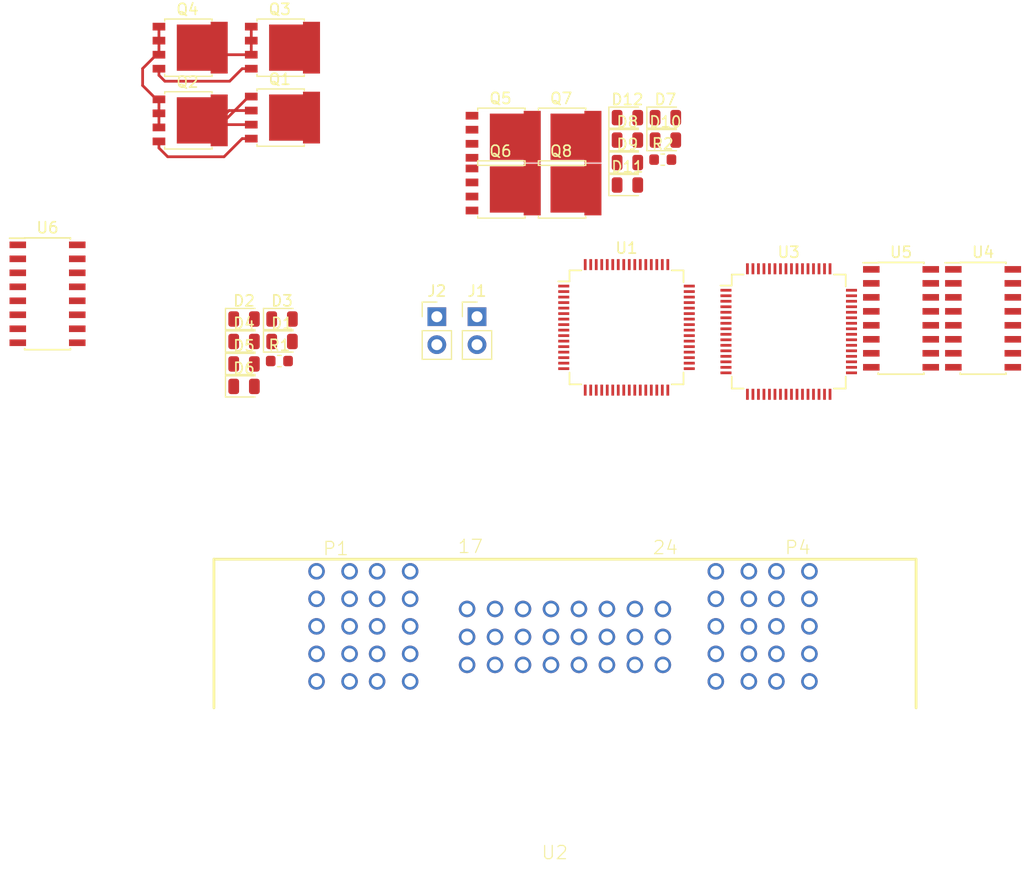
<source format=kicad_pcb>
(kicad_pcb (version 20171130) (host pcbnew 5.0.1)

  (general
    (thickness 1.6)
    (drawings 0)
    (tracks 30)
    (zones 0)
    (modules 30)
    (nets 172)
  )

  (page A4)
  (layers
    (0 F.Cu signal)
    (31 B.Cu signal)
    (32 B.Adhes user)
    (33 F.Adhes user)
    (34 B.Paste user)
    (35 F.Paste user)
    (36 B.SilkS user)
    (37 F.SilkS user)
    (38 B.Mask user)
    (39 F.Mask user)
    (40 Dwgs.User user)
    (41 Cmts.User user)
    (42 Eco1.User user)
    (43 Eco2.User user)
    (44 Edge.Cuts user)
    (45 Margin user)
    (46 B.CrtYd user)
    (47 F.CrtYd user)
    (48 B.Fab user)
    (49 F.Fab user)
  )

  (setup
    (last_trace_width 0.25)
    (trace_clearance 0.2)
    (zone_clearance 0.508)
    (zone_45_only no)
    (trace_min 0.2)
    (segment_width 0.2)
    (edge_width 0.15)
    (via_size 0.8)
    (via_drill 0.4)
    (via_min_size 0.4)
    (via_min_drill 0.3)
    (uvia_size 0.3)
    (uvia_drill 0.1)
    (uvias_allowed no)
    (uvia_min_size 0.2)
    (uvia_min_drill 0.1)
    (pcb_text_width 0.3)
    (pcb_text_size 1.5 1.5)
    (mod_edge_width 0.15)
    (mod_text_size 1 1)
    (mod_text_width 0.15)
    (pad_size 1.524 1.524)
    (pad_drill 0.762)
    (pad_to_mask_clearance 0.051)
    (solder_mask_min_width 0.25)
    (aux_axis_origin 0 0)
    (visible_elements FFFFFF7F)
    (pcbplotparams
      (layerselection 0x010fc_ffffffff)
      (usegerberextensions false)
      (usegerberattributes false)
      (usegerberadvancedattributes false)
      (creategerberjobfile false)
      (excludeedgelayer true)
      (linewidth 0.100000)
      (plotframeref false)
      (viasonmask false)
      (mode 1)
      (useauxorigin false)
      (hpglpennumber 1)
      (hpglpenspeed 20)
      (hpglpendiameter 15.000000)
      (psnegative false)
      (psa4output false)
      (plotreference true)
      (plotvalue true)
      (plotinvisibletext false)
      (padsonsilk false)
      (subtractmaskfromsilk false)
      (outputformat 1)
      (mirror false)
      (drillshape 1)
      (scaleselection 1)
      (outputdirectory ""))
  )

  (net 0 "")
  (net 1 /h_bridge/H_bridge_bot)
  (net 2 GND)
  (net 3 /sheet5C7CEE96/H_bridge_bot)
  (net 4 /h_bridge/GHA1)
  (net 5 /h_bridge/MOTOR+)
  (net 6 /sheet5C7CEE96/MOTOR-)
  (net 7 /sheet5C7CEE96/GHA2)
  (net 8 /sheet5C7CEE96/V_motor)
  (net 9 /sheet5C7CEE96/MOTOR+)
  (net 10 /sheet5C7CEE96/GHA1)
  (net 11 /h_bridge/MOTOR-)
  (net 12 /h_bridge/GHA2)
  (net 13 /h_bridge/V_motor)
  (net 14 "Net-(U1-Pad2)")
  (net 15 "Net-(U1-Pad3)")
  (net 16 "Net-(U1-Pad4)")
  (net 17 "Net-(U5-Pad1)")
  (net 18 "Net-(U5-Pad2)")
  (net 19 "Net-(U5-Pad3)")
  (net 20 "Net-(U5-Pad4)")
  (net 21 "Net-(U5-Pad5)")
  (net 22 "Net-(U5-Pad6)")
  (net 23 "Net-(U5-Pad7)")
  (net 24 "Net-(U5-Pad8)")
  (net 25 "Net-(U5-Pad9)")
  (net 26 "Net-(U5-Pad10)")
  (net 27 "Net-(U5-Pad11)")
  (net 28 "Net-(U5-Pad12)")
  (net 29 "Net-(U5-Pad13)")
  (net 30 "Net-(U5-Pad14)")
  (net 31 "Net-(U5-Pad15)")
  (net 32 "Net-(U5-Pad16)")
  (net 33 "Net-(U4-Pad16)")
  (net 34 "Net-(U4-Pad15)")
  (net 35 "Net-(U4-Pad13)")
  (net 36 "Net-(U4-Pad11)")
  (net 37 "Net-(U4-Pad10)")
  (net 38 "Net-(U4-Pad9)")
  (net 39 "Net-(U4-Pad8)")
  (net 40 "Net-(U4-Pad7)")
  (net 41 "Net-(U4-Pad6)")
  (net 42 "Net-(U4-Pad5)")
  (net 43 "Net-(U4-Pad4)")
  (net 44 "Net-(U4-Pad3)")
  (net 45 "Net-(U4-Pad2)")
  (net 46 "Net-(U4-Pad1)")
  (net 47 "Net-(U3-Pad1)")
  (net 48 "Net-(U3-Pad2)")
  (net 49 "Net-(U3-Pad3)")
  (net 50 "Net-(U3-Pad4)")
  (net 51 "Net-(U3-Pad5)")
  (net 52 "Net-(U3-Pad6)")
  (net 53 "Net-(U3-Pad7)")
  (net 54 "Net-(U3-Pad8)")
  (net 55 "Net-(U3-Pad9)")
  (net 56 "Net-(U3-Pad10)")
  (net 57 "Net-(U3-Pad11)")
  (net 58 "Net-(U3-Pad12)")
  (net 59 "Net-(U3-Pad13)")
  (net 60 "Net-(U3-Pad14)")
  (net 61 "Net-(U3-Pad15)")
  (net 62 "Net-(U3-Pad16)")
  (net 63 "Net-(U3-Pad17)")
  (net 64 "Net-(U3-Pad18)")
  (net 65 "Net-(U3-Pad19)")
  (net 66 "Net-(U3-Pad20)")
  (net 67 "Net-(J1-Pad2)")
  (net 68 "Net-(J1-Pad1)")
  (net 69 "Net-(J2-Pad1)")
  (net 70 "Net-(J2-Pad2)")
  (net 71 "Net-(U1-Pad1)")
  (net 72 "Net-(U1-Pad5)")
  (net 73 "Net-(U1-Pad6)")
  (net 74 "Net-(U1-Pad7)")
  (net 75 "Net-(U1-Pad8)")
  (net 76 "Net-(U1-Pad9)")
  (net 77 "Net-(U1-Pad10)")
  (net 78 "Net-(U1-Pad11)")
  (net 79 "Net-(U1-Pad13)")
  (net 80 "Net-(U1-Pad15)")
  (net 81 "Net-(U1-Pad16)")
  (net 82 "Net-(U1-Pad18)")
  (net 83 "Net-(U1-Pad19)")
  (net 84 "Net-(U1-Pad20)")
  (net 85 "Net-(U6-Pad1)")
  (net 86 "Net-(U6-Pad2)")
  (net 87 "Net-(U6-Pad3)")
  (net 88 "Net-(U6-Pad4)")
  (net 89 "Net-(U6-Pad5)")
  (net 90 "Net-(U6-Pad6)")
  (net 91 "Net-(U6-Pad7)")
  (net 92 "Net-(U6-Pad8)")
  (net 93 "Net-(U6-Pad9)")
  (net 94 "Net-(U6-Pad10)")
  (net 95 "Net-(U6-Pad11)")
  (net 96 "Net-(U6-Pad12)")
  (net 97 "Net-(U6-Pad13)")
  (net 98 "Net-(U6-Pad14)")
  (net 99 "Net-(U6-Pad15)")
  (net 100 "Net-(U6-Pad16)")
  (net 101 "Net-(U1-Pad12)")
  (net 102 "Net-(U1-Pad14)")
  (net 103 "Net-(U1-Pad17)")
  (net 104 "Net-(U1-Pad21)")
  (net 105 "Net-(U1-Pad22)")
  (net 106 "Net-(U1-Pad23)")
  (net 107 "Net-(U1-Pad24)")
  (net 108 "Net-(U1-Pad25)")
  (net 109 "Net-(U1-Pad26)")
  (net 110 "Net-(U1-Pad27)")
  (net 111 "Net-(U1-Pad28)")
  (net 112 "Net-(U1-Pad29)")
  (net 113 "Net-(U1-Pad30)")
  (net 114 "Net-(U1-Pad31)")
  (net 115 "Net-(U1-Pad32)")
  (net 116 "Net-(U1-Pad33)")
  (net 117 "Net-(U1-Pad34)")
  (net 118 "Net-(U1-Pad35)")
  (net 119 "Net-(U1-Pad36)")
  (net 120 "Net-(U1-Pad37)")
  (net 121 "Net-(U1-Pad38)")
  (net 122 "Net-(U1-Pad39)")
  (net 123 "Net-(U1-Pad40)")
  (net 124 "Net-(U1-Pad41)")
  (net 125 "Net-(U1-Pad42)")
  (net 126 "Net-(U1-Pad43)")
  (net 127 "Net-(U1-Pad44)")
  (net 128 "Net-(U1-Pad45)")
  (net 129 "Net-(U1-Pad46)")
  (net 130 "Net-(U1-Pad47)")
  (net 131 "Net-(U1-Pad48)")
  (net 132 "Net-(U1-Pad49)")
  (net 133 "Net-(U1-Pad50)")
  (net 134 "Net-(U1-Pad51)")
  (net 135 "Net-(U1-Pad52)")
  (net 136 "Net-(U1-Pad53)")
  (net 137 "Net-(U1-Pad54)")
  (net 138 "Net-(U1-Pad55)")
  (net 139 "Net-(U1-Pad56)")
  (net 140 "Net-(U1-Pad57)")
  (net 141 "Net-(U1-Pad58)")
  (net 142 "Net-(U1-Pad59)")
  (net 143 "Net-(U1-Pad60)")
  (net 144 "Net-(U1-Pad61)")
  (net 145 "Net-(U1-Pad62)")
  (net 146 "Net-(U1-Pad63)")
  (net 147 "Net-(U1-Pad64)")
  (net 148 "Net-(U2-Pad1)")
  (net 149 "Net-(U2-Pad2)")
  (net 150 "Net-(U2-Pad3)")
  (net 151 "Net-(U2-Pad4)")
  (net 152 "Net-(U2-Pad5)")
  (net 153 "Net-(U2-Pad6)")
  (net 154 "Net-(U2-Pad7)")
  (net 155 "Net-(U2-Pad8)")
  (net 156 "Net-(U2-Pad9)")
  (net 157 "Net-(U2-Pad10)")
  (net 158 "Net-(U2-Pad11)")
  (net 159 "Net-(U2-Pad12)")
  (net 160 "Net-(U2-Pad13)")
  (net 161 "Net-(U2-Pad14)")
  (net 162 "Net-(U2-Pad15)")
  (net 163 "Net-(U2-Pad16)")
  (net 164 "Net-(U2-Pad17)")
  (net 165 "Net-(U2-Pad18)")
  (net 166 "Net-(U2-Pad19)")
  (net 167 "Net-(U2-Pad20)")
  (net 168 "Net-(U2-Pad21)")
  (net 169 "Net-(U2-Pad22)")
  (net 170 "Net-(U2-Pad23)")
  (net 171 "Net-(U2-Pad24)")

  (net_class Default "This is the default net class."
    (clearance 0.2)
    (trace_width 0.25)
    (via_dia 0.8)
    (via_drill 0.4)
    (uvia_dia 0.3)
    (uvia_drill 0.1)
    (add_net /h_bridge/GHA1)
    (add_net /h_bridge/GHA2)
    (add_net /h_bridge/H_bridge_bot)
    (add_net /h_bridge/MOTOR+)
    (add_net /h_bridge/MOTOR-)
    (add_net /h_bridge/V_motor)
    (add_net /sheet5C7CEE96/GHA1)
    (add_net /sheet5C7CEE96/GHA2)
    (add_net /sheet5C7CEE96/H_bridge_bot)
    (add_net /sheet5C7CEE96/MOTOR+)
    (add_net /sheet5C7CEE96/MOTOR-)
    (add_net /sheet5C7CEE96/V_motor)
    (add_net GND)
    (add_net "Net-(J1-Pad1)")
    (add_net "Net-(J1-Pad2)")
    (add_net "Net-(J2-Pad1)")
    (add_net "Net-(J2-Pad2)")
    (add_net "Net-(U1-Pad1)")
    (add_net "Net-(U1-Pad10)")
    (add_net "Net-(U1-Pad11)")
    (add_net "Net-(U1-Pad12)")
    (add_net "Net-(U1-Pad13)")
    (add_net "Net-(U1-Pad14)")
    (add_net "Net-(U1-Pad15)")
    (add_net "Net-(U1-Pad16)")
    (add_net "Net-(U1-Pad17)")
    (add_net "Net-(U1-Pad18)")
    (add_net "Net-(U1-Pad19)")
    (add_net "Net-(U1-Pad2)")
    (add_net "Net-(U1-Pad20)")
    (add_net "Net-(U1-Pad21)")
    (add_net "Net-(U1-Pad22)")
    (add_net "Net-(U1-Pad23)")
    (add_net "Net-(U1-Pad24)")
    (add_net "Net-(U1-Pad25)")
    (add_net "Net-(U1-Pad26)")
    (add_net "Net-(U1-Pad27)")
    (add_net "Net-(U1-Pad28)")
    (add_net "Net-(U1-Pad29)")
    (add_net "Net-(U1-Pad3)")
    (add_net "Net-(U1-Pad30)")
    (add_net "Net-(U1-Pad31)")
    (add_net "Net-(U1-Pad32)")
    (add_net "Net-(U1-Pad33)")
    (add_net "Net-(U1-Pad34)")
    (add_net "Net-(U1-Pad35)")
    (add_net "Net-(U1-Pad36)")
    (add_net "Net-(U1-Pad37)")
    (add_net "Net-(U1-Pad38)")
    (add_net "Net-(U1-Pad39)")
    (add_net "Net-(U1-Pad4)")
    (add_net "Net-(U1-Pad40)")
    (add_net "Net-(U1-Pad41)")
    (add_net "Net-(U1-Pad42)")
    (add_net "Net-(U1-Pad43)")
    (add_net "Net-(U1-Pad44)")
    (add_net "Net-(U1-Pad45)")
    (add_net "Net-(U1-Pad46)")
    (add_net "Net-(U1-Pad47)")
    (add_net "Net-(U1-Pad48)")
    (add_net "Net-(U1-Pad49)")
    (add_net "Net-(U1-Pad5)")
    (add_net "Net-(U1-Pad50)")
    (add_net "Net-(U1-Pad51)")
    (add_net "Net-(U1-Pad52)")
    (add_net "Net-(U1-Pad53)")
    (add_net "Net-(U1-Pad54)")
    (add_net "Net-(U1-Pad55)")
    (add_net "Net-(U1-Pad56)")
    (add_net "Net-(U1-Pad57)")
    (add_net "Net-(U1-Pad58)")
    (add_net "Net-(U1-Pad59)")
    (add_net "Net-(U1-Pad6)")
    (add_net "Net-(U1-Pad60)")
    (add_net "Net-(U1-Pad61)")
    (add_net "Net-(U1-Pad62)")
    (add_net "Net-(U1-Pad63)")
    (add_net "Net-(U1-Pad64)")
    (add_net "Net-(U1-Pad7)")
    (add_net "Net-(U1-Pad8)")
    (add_net "Net-(U1-Pad9)")
    (add_net "Net-(U2-Pad1)")
    (add_net "Net-(U2-Pad10)")
    (add_net "Net-(U2-Pad11)")
    (add_net "Net-(U2-Pad12)")
    (add_net "Net-(U2-Pad13)")
    (add_net "Net-(U2-Pad14)")
    (add_net "Net-(U2-Pad15)")
    (add_net "Net-(U2-Pad16)")
    (add_net "Net-(U2-Pad17)")
    (add_net "Net-(U2-Pad18)")
    (add_net "Net-(U2-Pad19)")
    (add_net "Net-(U2-Pad2)")
    (add_net "Net-(U2-Pad20)")
    (add_net "Net-(U2-Pad21)")
    (add_net "Net-(U2-Pad22)")
    (add_net "Net-(U2-Pad23)")
    (add_net "Net-(U2-Pad24)")
    (add_net "Net-(U2-Pad3)")
    (add_net "Net-(U2-Pad4)")
    (add_net "Net-(U2-Pad5)")
    (add_net "Net-(U2-Pad6)")
    (add_net "Net-(U2-Pad7)")
    (add_net "Net-(U2-Pad8)")
    (add_net "Net-(U2-Pad9)")
    (add_net "Net-(U3-Pad1)")
    (add_net "Net-(U3-Pad10)")
    (add_net "Net-(U3-Pad11)")
    (add_net "Net-(U3-Pad12)")
    (add_net "Net-(U3-Pad13)")
    (add_net "Net-(U3-Pad14)")
    (add_net "Net-(U3-Pad15)")
    (add_net "Net-(U3-Pad16)")
    (add_net "Net-(U3-Pad17)")
    (add_net "Net-(U3-Pad18)")
    (add_net "Net-(U3-Pad19)")
    (add_net "Net-(U3-Pad2)")
    (add_net "Net-(U3-Pad20)")
    (add_net "Net-(U3-Pad3)")
    (add_net "Net-(U3-Pad4)")
    (add_net "Net-(U3-Pad5)")
    (add_net "Net-(U3-Pad6)")
    (add_net "Net-(U3-Pad7)")
    (add_net "Net-(U3-Pad8)")
    (add_net "Net-(U3-Pad9)")
    (add_net "Net-(U4-Pad1)")
    (add_net "Net-(U4-Pad10)")
    (add_net "Net-(U4-Pad11)")
    (add_net "Net-(U4-Pad13)")
    (add_net "Net-(U4-Pad15)")
    (add_net "Net-(U4-Pad16)")
    (add_net "Net-(U4-Pad2)")
    (add_net "Net-(U4-Pad3)")
    (add_net "Net-(U4-Pad4)")
    (add_net "Net-(U4-Pad5)")
    (add_net "Net-(U4-Pad6)")
    (add_net "Net-(U4-Pad7)")
    (add_net "Net-(U4-Pad8)")
    (add_net "Net-(U4-Pad9)")
    (add_net "Net-(U5-Pad1)")
    (add_net "Net-(U5-Pad10)")
    (add_net "Net-(U5-Pad11)")
    (add_net "Net-(U5-Pad12)")
    (add_net "Net-(U5-Pad13)")
    (add_net "Net-(U5-Pad14)")
    (add_net "Net-(U5-Pad15)")
    (add_net "Net-(U5-Pad16)")
    (add_net "Net-(U5-Pad2)")
    (add_net "Net-(U5-Pad3)")
    (add_net "Net-(U5-Pad4)")
    (add_net "Net-(U5-Pad5)")
    (add_net "Net-(U5-Pad6)")
    (add_net "Net-(U5-Pad7)")
    (add_net "Net-(U5-Pad8)")
    (add_net "Net-(U5-Pad9)")
    (add_net "Net-(U6-Pad1)")
    (add_net "Net-(U6-Pad10)")
    (add_net "Net-(U6-Pad11)")
    (add_net "Net-(U6-Pad12)")
    (add_net "Net-(U6-Pad13)")
    (add_net "Net-(U6-Pad14)")
    (add_net "Net-(U6-Pad15)")
    (add_net "Net-(U6-Pad16)")
    (add_net "Net-(U6-Pad2)")
    (add_net "Net-(U6-Pad3)")
    (add_net "Net-(U6-Pad4)")
    (add_net "Net-(U6-Pad5)")
    (add_net "Net-(U6-Pad6)")
    (add_net "Net-(U6-Pad7)")
    (add_net "Net-(U6-Pad8)")
    (add_net "Net-(U6-Pad9)")
  )

  (module Exodus_Connectors:ET60T-02-24-02-X-RTX-GP-HS (layer F.Cu) (tedit 0) (tstamp 5C8ED486)
    (at 88.9 114.3)
    (descr "R/A PLUG TEN60 POWER ASSEM.")
    (path /5C817FE9)
    (fp_text reference U2 (at -2.2 13.35) (layer F.SilkS)
      (effects (font (size 1.2065 1.2065) (thickness 0.1016)) (justify left bottom))
    )
    (fp_text value ET60T-02-24-02-X-RTX-GP (at -3.7 -14.35) (layer F.Fab)
      (effects (font (size 1.2065 1.2065) (thickness 0.1016)) (justify left bottom))
    )
    (fp_line (start -36.3761 0) (end 36.3839 0) (layer Dwgs.User) (width 0.1))
    (fp_line (start -31.3761 -13.5) (end 31.3839 -13.5) (layer F.Fab) (width 0.254))
    (fp_line (start 31.3839 -13.5) (end 31.3839 1.496) (layer F.Fab) (width 0.254))
    (fp_line (start 31.3839 1.496) (end 30.7639 1.496) (layer F.Fab) (width 0.254))
    (fp_arc (start 30.7639 2.496) (end 30.7639 1.496) (angle -90) (layer F.Fab) (width 0.254))
    (fp_line (start 29.7639 2.496) (end 29.7639 12.246) (layer F.Fab) (width 0.254))
    (fp_line (start 29.7639 12.246) (end 27.7432 15.746) (layer F.Fab) (width 0.254))
    (fp_line (start 27.7432 15.746) (end 26.3939 15.746) (layer F.Fab) (width 0.254))
    (fp_line (start 26.3939 15.746) (end 26.3939 11.4) (layer F.Fab) (width 0.254))
    (fp_line (start 26.3939 11.4) (end -26.3861 11.4) (layer F.Fab) (width 0.254))
    (fp_line (start -26.3861 11.4) (end -26.3861 15.746) (layer F.Fab) (width 0.254))
    (fp_line (start -26.3861 15.746) (end -27.7354 15.746) (layer F.Fab) (width 0.254))
    (fp_line (start -27.7354 15.746) (end -29.7561 12.246) (layer F.Fab) (width 0.254))
    (fp_line (start -29.7561 12.246) (end -29.7561 2.496) (layer F.Fab) (width 0.254))
    (fp_arc (start -30.7561 2.496) (end -29.7561 2.496) (angle -90) (layer F.Fab) (width 0.254))
    (fp_line (start -30.7561 1.496) (end -31.3761 1.496) (layer F.Fab) (width 0.254))
    (fp_line (start -31.3761 1.496) (end -31.3761 -13.5) (layer F.Fab) (width 0.254))
    (fp_line (start -31.8761 -0.5) (end -31.8761 -14) (layer F.SilkS) (width 0.254))
    (fp_line (start -31.8761 -14) (end 31.8839 -14) (layer F.SilkS) (width 0.254))
    (fp_line (start 31.8839 -14) (end 31.8839 -0.5) (layer F.SilkS) (width 0.254))
    (fp_line (start -31.3776 0) (end 0.0039 0) (layer Dwgs.User) (width 0.1))
    (fp_text user P1 (at -22.05 -14.26) (layer F.SilkS)
      (effects (font (size 1.2065 1.2065) (thickness 0.1016)) (justify left bottom))
    )
    (fp_text user P4 (at 19.9 -14.35) (layer F.SilkS)
      (effects (font (size 1.2065 1.2065) (thickness 0.1016)) (justify left bottom))
    )
    (fp_text user 24 (at 7.9 -14.35) (layer F.SilkS)
      (effects (font (size 1.2065 1.2065) (thickness 0.1016)) (justify left bottom))
    )
    (fp_text user 17 (at -9.8 -14.45) (layer F.SilkS)
      (effects (font (size 1.2065 1.2065) (thickness 0.1016)) (justify left bottom))
    )
    (pad 1 thru_hole circle (at -8.89 -4.4 180) (size 1.5 1.5) (drill 1.02) (layers *.Cu *.Mask)
      (net 148 "Net-(U2-Pad1)") (solder_mask_margin 0.1016))
    (pad 2 thru_hole circle (at -6.35 -4.4 180) (size 1.5 1.5) (drill 1.02) (layers *.Cu *.Mask)
      (net 149 "Net-(U2-Pad2)") (solder_mask_margin 0.1016))
    (pad 3 thru_hole circle (at -3.81 -4.4 180) (size 1.5 1.5) (drill 1.02) (layers *.Cu *.Mask)
      (net 150 "Net-(U2-Pad3)") (solder_mask_margin 0.1016))
    (pad 4 thru_hole circle (at -1.27 -4.4 180) (size 1.5 1.5) (drill 1.02) (layers *.Cu *.Mask)
      (net 151 "Net-(U2-Pad4)") (solder_mask_margin 0.1016))
    (pad 5 thru_hole circle (at 1.27 -4.4 180) (size 1.5 1.5) (drill 1.02) (layers *.Cu *.Mask)
      (net 152 "Net-(U2-Pad5)") (solder_mask_margin 0.1016))
    (pad 6 thru_hole circle (at 3.81 -4.4 180) (size 1.5 1.5) (drill 1.02) (layers *.Cu *.Mask)
      (net 153 "Net-(U2-Pad6)") (solder_mask_margin 0.1016))
    (pad 7 thru_hole circle (at 6.35 -4.4 180) (size 1.5 1.5) (drill 1.02) (layers *.Cu *.Mask)
      (net 154 "Net-(U2-Pad7)") (solder_mask_margin 0.1016))
    (pad 8 thru_hole circle (at 8.89 -4.4 180) (size 1.5 1.5) (drill 1.02) (layers *.Cu *.Mask)
      (net 155 "Net-(U2-Pad8)") (solder_mask_margin 0.1016))
    (pad 9 thru_hole circle (at -8.89 -6.94 180) (size 1.5 1.5) (drill 1.02) (layers *.Cu *.Mask)
      (net 156 "Net-(U2-Pad9)") (solder_mask_margin 0.1016))
    (pad 10 thru_hole circle (at -6.35 -6.94 180) (size 1.5 1.5) (drill 1.02) (layers *.Cu *.Mask)
      (net 157 "Net-(U2-Pad10)") (solder_mask_margin 0.1016))
    (pad 11 thru_hole circle (at -3.81 -6.94 180) (size 1.5 1.5) (drill 1.02) (layers *.Cu *.Mask)
      (net 158 "Net-(U2-Pad11)") (solder_mask_margin 0.1016))
    (pad 12 thru_hole circle (at -1.27 -6.94 180) (size 1.5 1.5) (drill 1.02) (layers *.Cu *.Mask)
      (net 159 "Net-(U2-Pad12)") (solder_mask_margin 0.1016))
    (pad 13 thru_hole circle (at 1.27 -6.94 180) (size 1.5 1.5) (drill 1.02) (layers *.Cu *.Mask)
      (net 160 "Net-(U2-Pad13)") (solder_mask_margin 0.1016))
    (pad 14 thru_hole circle (at 3.81 -6.94 180) (size 1.5 1.5) (drill 1.02) (layers *.Cu *.Mask)
      (net 161 "Net-(U2-Pad14)") (solder_mask_margin 0.1016))
    (pad 15 thru_hole circle (at 6.35 -6.94 180) (size 1.5 1.5) (drill 1.02) (layers *.Cu *.Mask)
      (net 162 "Net-(U2-Pad15)") (solder_mask_margin 0.1016))
    (pad 16 thru_hole circle (at 8.89 -6.94 180) (size 1.5 1.5) (drill 1.02) (layers *.Cu *.Mask)
      (net 163 "Net-(U2-Pad16)") (solder_mask_margin 0.1016))
    (pad 17 thru_hole circle (at -8.89 -9.48 180) (size 1.5 1.5) (drill 1.02) (layers *.Cu *.Mask)
      (net 164 "Net-(U2-Pad17)") (solder_mask_margin 0.1016))
    (pad 18 thru_hole circle (at -6.35 -9.48 180) (size 1.5 1.5) (drill 1.02) (layers *.Cu *.Mask)
      (net 165 "Net-(U2-Pad18)") (solder_mask_margin 0.1016))
    (pad 19 thru_hole circle (at -3.81 -9.48 180) (size 1.5 1.5) (drill 1.02) (layers *.Cu *.Mask)
      (net 166 "Net-(U2-Pad19)") (solder_mask_margin 0.1016))
    (pad 20 thru_hole circle (at -1.27 -9.48 180) (size 1.5 1.5) (drill 1.02) (layers *.Cu *.Mask)
      (net 167 "Net-(U2-Pad20)") (solder_mask_margin 0.1016))
    (pad 21 thru_hole circle (at 1.27 -9.48 180) (size 1.5 1.5) (drill 1.02) (layers *.Cu *.Mask)
      (net 168 "Net-(U2-Pad21)") (solder_mask_margin 0.1016))
    (pad 22 thru_hole circle (at 3.81 -9.48 180) (size 1.5 1.5) (drill 1.02) (layers *.Cu *.Mask)
      (net 169 "Net-(U2-Pad22)") (solder_mask_margin 0.1016))
    (pad 23 thru_hole circle (at 6.35 -9.48 180) (size 1.5 1.5) (drill 1.02) (layers *.Cu *.Mask)
      (net 170 "Net-(U2-Pad23)") (solder_mask_margin 0.1016))
    (pad 24 thru_hole circle (at 8.89 -9.48 180) (size 1.5 1.5) (drill 1.02) (layers *.Cu *.Mask)
      (net 171 "Net-(U2-Pad24)") (solder_mask_margin 0.1016))
    (pad P1-1 thru_hole circle (at -22.56 -12.9 180) (size 1.5 1.5) (drill 1.02) (layers *.Cu *.Mask)
      (solder_mask_margin 0.1016))
    (pad P1-2 thru_hole circle (at -22.56 -10.4 180) (size 1.5 1.5) (drill 1.02) (layers *.Cu *.Mask)
      (solder_mask_margin 0.1016))
    (pad P1-3 thru_hole circle (at -22.56 -7.9 180) (size 1.5 1.5) (drill 1.02) (layers *.Cu *.Mask)
      (solder_mask_margin 0.1016))
    (pad P1-4 thru_hole circle (at -22.56 -5.4 180) (size 1.5 1.5) (drill 1.02) (layers *.Cu *.Mask)
      (solder_mask_margin 0.1016))
    (pad P1-5 thru_hole circle (at -22.56 -2.9 180) (size 1.5 1.5) (drill 1.02) (layers *.Cu *.Mask)
      (solder_mask_margin 0.1016))
    (pad P1-6 thru_hole circle (at -19.56 -12.9 180) (size 1.5 1.5) (drill 1.02) (layers *.Cu *.Mask)
      (solder_mask_margin 0.1016))
    (pad P1-7 thru_hole circle (at -19.56 -10.4 180) (size 1.5 1.5) (drill 1.02) (layers *.Cu *.Mask)
      (solder_mask_margin 0.1016))
    (pad P1-8 thru_hole circle (at -19.56 -7.9 180) (size 1.5 1.5) (drill 1.02) (layers *.Cu *.Mask)
      (solder_mask_margin 0.1016))
    (pad P2-1 thru_hole circle (at -17.06 -12.9 180) (size 1.5 1.5) (drill 1.02) (layers *.Cu *.Mask)
      (solder_mask_margin 0.1016))
    (pad P2-2 thru_hole circle (at -17.06 -10.4 180) (size 1.5 1.5) (drill 1.02) (layers *.Cu *.Mask)
      (solder_mask_margin 0.1016))
    (pad P2-3 thru_hole circle (at -17.06 -7.9 180) (size 1.5 1.5) (drill 1.02) (layers *.Cu *.Mask)
      (solder_mask_margin 0.1016))
    (pad P2-4 thru_hole circle (at -17.06 -5.4 180) (size 1.5 1.5) (drill 1.02) (layers *.Cu *.Mask)
      (solder_mask_margin 0.1016))
    (pad P2-5 thru_hole circle (at -17.06 -2.9 180) (size 1.5 1.5) (drill 1.02) (layers *.Cu *.Mask)
      (solder_mask_margin 0.1016))
    (pad P2-6 thru_hole circle (at -14.06 -12.9 180) (size 1.5 1.5) (drill 1.02) (layers *.Cu *.Mask)
      (solder_mask_margin 0.1016))
    (pad P2-7 thru_hole circle (at -14.06 -10.4 180) (size 1.5 1.5) (drill 1.02) (layers *.Cu *.Mask)
      (solder_mask_margin 0.1016))
    (pad P2-8 thru_hole circle (at -14.06 -7.9 180) (size 1.5 1.5) (drill 1.02) (layers *.Cu *.Mask)
      (solder_mask_margin 0.1016))
    (pad P3-1 thru_hole circle (at 13.7 -12.9 180) (size 1.5 1.5) (drill 1.02) (layers *.Cu *.Mask)
      (solder_mask_margin 0.1016))
    (pad P3-2 thru_hole circle (at 13.7 -10.4 180) (size 1.5 1.5) (drill 1.02) (layers *.Cu *.Mask)
      (solder_mask_margin 0.1016))
    (pad P3-3 thru_hole circle (at 13.7 -7.9 180) (size 1.5 1.5) (drill 1.02) (layers *.Cu *.Mask)
      (solder_mask_margin 0.1016))
    (pad P3-4 thru_hole circle (at 13.7 -5.4 180) (size 1.5 1.5) (drill 1.02) (layers *.Cu *.Mask)
      (solder_mask_margin 0.1016))
    (pad P3-5 thru_hole circle (at 13.7 -2.9 180) (size 1.5 1.5) (drill 1.02) (layers *.Cu *.Mask)
      (solder_mask_margin 0.1016))
    (pad P3-6 thru_hole circle (at 16.7 -12.9 180) (size 1.5 1.5) (drill 1.02) (layers *.Cu *.Mask)
      (solder_mask_margin 0.1016))
    (pad P3-7 thru_hole circle (at 16.7 -10.4 180) (size 1.5 1.5) (drill 1.02) (layers *.Cu *.Mask)
      (solder_mask_margin 0.1016))
    (pad P3-8 thru_hole circle (at 16.7 -7.9 180) (size 1.5 1.5) (drill 1.02) (layers *.Cu *.Mask)
      (solder_mask_margin 0.1016))
    (pad P4-1 thru_hole circle (at 19.2 -12.9 180) (size 1.5 1.5) (drill 1.02) (layers *.Cu *.Mask)
      (solder_mask_margin 0.1016))
    (pad P4-2 thru_hole circle (at 19.2 -10.4 180) (size 1.5 1.5) (drill 1.02) (layers *.Cu *.Mask)
      (solder_mask_margin 0.1016))
    (pad P4-3 thru_hole circle (at 19.2 -7.9 180) (size 1.5 1.5) (drill 1.02) (layers *.Cu *.Mask)
      (solder_mask_margin 0.1016))
    (pad P4-4 thru_hole circle (at 19.2 -5.4 180) (size 1.5 1.5) (drill 1.02) (layers *.Cu *.Mask)
      (solder_mask_margin 0.1016))
    (pad P4-5 thru_hole circle (at 19.2 -2.9 180) (size 1.5 1.5) (drill 1.02) (layers *.Cu *.Mask)
      (solder_mask_margin 0.1016))
    (pad P4-6 thru_hole circle (at 22.2 -12.9 180) (size 1.5 1.5) (drill 1.02) (layers *.Cu *.Mask)
      (solder_mask_margin 0.1016))
    (pad P4-7 thru_hole circle (at 22.2 -10.4 180) (size 1.5 1.5) (drill 1.02) (layers *.Cu *.Mask)
      (solder_mask_margin 0.1016))
    (pad P4-8 thru_hole circle (at 22.2 -7.9 180) (size 1.5 1.5) (drill 1.02) (layers *.Cu *.Mask)
      (solder_mask_margin 0.1016))
    (pad P1-9 thru_hole circle (at -19.56 -5.4 180) (size 1.5 1.5) (drill 1.02) (layers *.Cu *.Mask)
      (solder_mask_margin 0.1016))
    (pad P1-10 thru_hole circle (at -19.56 -2.9 180) (size 1.5 1.5) (drill 1.02) (layers *.Cu *.Mask)
      (solder_mask_margin 0.1016))
    (pad P2-9 thru_hole circle (at -14.06 -5.4 180) (size 1.5 1.5) (drill 1.02) (layers *.Cu *.Mask)
      (solder_mask_margin 0.1016))
    (pad P2-10 thru_hole circle (at -14.06 -2.9 180) (size 1.5 1.5) (drill 1.02) (layers *.Cu *.Mask)
      (solder_mask_margin 0.1016))
    (pad P3-9 thru_hole circle (at 16.7 -5.4 180) (size 1.5 1.5) (drill 1.02) (layers *.Cu *.Mask)
      (solder_mask_margin 0.1016))
    (pad P3-10 thru_hole circle (at 16.7 -2.9 180) (size 1.5 1.5) (drill 1.02) (layers *.Cu *.Mask)
      (solder_mask_margin 0.1016))
    (pad P4-9 thru_hole circle (at 22.2 -5.4 180) (size 1.5 1.5) (drill 1.02) (layers *.Cu *.Mask)
      (solder_mask_margin 0.1016))
    (pad P4-10 thru_hole circle (at 22.2 -2.9 180) (size 1.5 1.5) (drill 1.02) (layers *.Cu *.Mask)
      (solder_mask_margin 0.1016))
    (pad "" np_thru_hole circle (at -28.06 -7.9) (size 3.2 3.2) (drill 3.2) (layers *.Cu))
    (pad "" np_thru_hole circle (at 27.7 -7.9) (size 3.2 3.2) (drill 3.2) (layers *.Cu))
  )

  (module Package_QFP:LQFP-64_10x10mm_P0.5mm (layer F.Cu) (tedit 5A02F146) (tstamp 5C8EC420)
    (at 94.488 79.248)
    (descr "64 LEAD LQFP 10x10mm (see MICREL LQFP10x10-64LD-PL-1.pdf)")
    (tags "QFP 0.5")
    (path /5C8972EA)
    (attr smd)
    (fp_text reference U1 (at 0 -7.2) (layer F.SilkS)
      (effects (font (size 1 1) (thickness 0.15)))
    )
    (fp_text value TM4C1230H6PM (at 0 7.2) (layer F.Fab)
      (effects (font (size 1 1) (thickness 0.15)))
    )
    (fp_text user %R (at 0 0) (layer F.Fab)
      (effects (font (size 1 1) (thickness 0.15)))
    )
    (fp_line (start -4 -5) (end 5 -5) (layer F.Fab) (width 0.15))
    (fp_line (start 5 -5) (end 5 5) (layer F.Fab) (width 0.15))
    (fp_line (start 5 5) (end -5 5) (layer F.Fab) (width 0.15))
    (fp_line (start -5 5) (end -5 -4) (layer F.Fab) (width 0.15))
    (fp_line (start -5 -4) (end -4 -5) (layer F.Fab) (width 0.15))
    (fp_line (start -6.45 -6.45) (end -6.45 6.45) (layer F.CrtYd) (width 0.05))
    (fp_line (start 6.45 -6.45) (end 6.45 6.45) (layer F.CrtYd) (width 0.05))
    (fp_line (start -6.45 -6.45) (end 6.45 -6.45) (layer F.CrtYd) (width 0.05))
    (fp_line (start -6.45 6.45) (end 6.45 6.45) (layer F.CrtYd) (width 0.05))
    (fp_line (start -5.175 -5.175) (end -5.175 -4.175) (layer F.SilkS) (width 0.15))
    (fp_line (start 5.175 -5.175) (end 5.175 -4.1) (layer F.SilkS) (width 0.15))
    (fp_line (start 5.175 5.175) (end 5.175 4.1) (layer F.SilkS) (width 0.15))
    (fp_line (start -5.175 5.175) (end -5.175 4.1) (layer F.SilkS) (width 0.15))
    (fp_line (start -5.175 -5.175) (end -4.1 -5.175) (layer F.SilkS) (width 0.15))
    (fp_line (start -5.175 5.175) (end -4.1 5.175) (layer F.SilkS) (width 0.15))
    (fp_line (start 5.175 5.175) (end 4.1 5.175) (layer F.SilkS) (width 0.15))
    (fp_line (start 5.175 -5.175) (end 4.1 -5.175) (layer F.SilkS) (width 0.15))
    (fp_line (start -5.175 -4.175) (end -6.2 -4.175) (layer F.SilkS) (width 0.15))
    (pad 1 smd rect (at -5.7 -3.75) (size 1 0.25) (layers F.Cu F.Paste F.Mask)
      (net 71 "Net-(U1-Pad1)"))
    (pad 2 smd rect (at -5.7 -3.25) (size 1 0.25) (layers F.Cu F.Paste F.Mask)
      (net 14 "Net-(U1-Pad2)"))
    (pad 3 smd rect (at -5.7 -2.75) (size 1 0.25) (layers F.Cu F.Paste F.Mask)
      (net 15 "Net-(U1-Pad3)"))
    (pad 4 smd rect (at -5.7 -2.25) (size 1 0.25) (layers F.Cu F.Paste F.Mask)
      (net 16 "Net-(U1-Pad4)"))
    (pad 5 smd rect (at -5.7 -1.75) (size 1 0.25) (layers F.Cu F.Paste F.Mask)
      (net 72 "Net-(U1-Pad5)"))
    (pad 6 smd rect (at -5.7 -1.25) (size 1 0.25) (layers F.Cu F.Paste F.Mask)
      (net 73 "Net-(U1-Pad6)"))
    (pad 7 smd rect (at -5.7 -0.75) (size 1 0.25) (layers F.Cu F.Paste F.Mask)
      (net 74 "Net-(U1-Pad7)"))
    (pad 8 smd rect (at -5.7 -0.25) (size 1 0.25) (layers F.Cu F.Paste F.Mask)
      (net 75 "Net-(U1-Pad8)"))
    (pad 9 smd rect (at -5.7 0.25) (size 1 0.25) (layers F.Cu F.Paste F.Mask)
      (net 76 "Net-(U1-Pad9)"))
    (pad 10 smd rect (at -5.7 0.75) (size 1 0.25) (layers F.Cu F.Paste F.Mask)
      (net 77 "Net-(U1-Pad10)"))
    (pad 11 smd rect (at -5.7 1.25) (size 1 0.25) (layers F.Cu F.Paste F.Mask)
      (net 78 "Net-(U1-Pad11)"))
    (pad 12 smd rect (at -5.7 1.75) (size 1 0.25) (layers F.Cu F.Paste F.Mask)
      (net 101 "Net-(U1-Pad12)"))
    (pad 13 smd rect (at -5.7 2.25) (size 1 0.25) (layers F.Cu F.Paste F.Mask)
      (net 79 "Net-(U1-Pad13)"))
    (pad 14 smd rect (at -5.7 2.75) (size 1 0.25) (layers F.Cu F.Paste F.Mask)
      (net 102 "Net-(U1-Pad14)"))
    (pad 15 smd rect (at -5.7 3.25) (size 1 0.25) (layers F.Cu F.Paste F.Mask)
      (net 80 "Net-(U1-Pad15)"))
    (pad 16 smd rect (at -5.7 3.75) (size 1 0.25) (layers F.Cu F.Paste F.Mask)
      (net 81 "Net-(U1-Pad16)"))
    (pad 17 smd rect (at -3.75 5.7 90) (size 1 0.25) (layers F.Cu F.Paste F.Mask)
      (net 103 "Net-(U1-Pad17)"))
    (pad 18 smd rect (at -3.25 5.7 90) (size 1 0.25) (layers F.Cu F.Paste F.Mask)
      (net 82 "Net-(U1-Pad18)"))
    (pad 19 smd rect (at -2.75 5.7 90) (size 1 0.25) (layers F.Cu F.Paste F.Mask)
      (net 83 "Net-(U1-Pad19)"))
    (pad 20 smd rect (at -2.25 5.7 90) (size 1 0.25) (layers F.Cu F.Paste F.Mask)
      (net 84 "Net-(U1-Pad20)"))
    (pad 21 smd rect (at -1.75 5.7 90) (size 1 0.25) (layers F.Cu F.Paste F.Mask)
      (net 104 "Net-(U1-Pad21)"))
    (pad 22 smd rect (at -1.25 5.7 90) (size 1 0.25) (layers F.Cu F.Paste F.Mask)
      (net 105 "Net-(U1-Pad22)"))
    (pad 23 smd rect (at -0.75 5.7 90) (size 1 0.25) (layers F.Cu F.Paste F.Mask)
      (net 106 "Net-(U1-Pad23)"))
    (pad 24 smd rect (at -0.25 5.7 90) (size 1 0.25) (layers F.Cu F.Paste F.Mask)
      (net 107 "Net-(U1-Pad24)"))
    (pad 25 smd rect (at 0.25 5.7 90) (size 1 0.25) (layers F.Cu F.Paste F.Mask)
      (net 108 "Net-(U1-Pad25)"))
    (pad 26 smd rect (at 0.75 5.7 90) (size 1 0.25) (layers F.Cu F.Paste F.Mask)
      (net 109 "Net-(U1-Pad26)"))
    (pad 27 smd rect (at 1.25 5.7 90) (size 1 0.25) (layers F.Cu F.Paste F.Mask)
      (net 110 "Net-(U1-Pad27)"))
    (pad 28 smd rect (at 1.75 5.7 90) (size 1 0.25) (layers F.Cu F.Paste F.Mask)
      (net 111 "Net-(U1-Pad28)"))
    (pad 29 smd rect (at 2.25 5.7 90) (size 1 0.25) (layers F.Cu F.Paste F.Mask)
      (net 112 "Net-(U1-Pad29)"))
    (pad 30 smd rect (at 2.75 5.7 90) (size 1 0.25) (layers F.Cu F.Paste F.Mask)
      (net 113 "Net-(U1-Pad30)"))
    (pad 31 smd rect (at 3.25 5.7 90) (size 1 0.25) (layers F.Cu F.Paste F.Mask)
      (net 114 "Net-(U1-Pad31)"))
    (pad 32 smd rect (at 3.75 5.7 90) (size 1 0.25) (layers F.Cu F.Paste F.Mask)
      (net 115 "Net-(U1-Pad32)"))
    (pad 33 smd rect (at 5.7 3.75) (size 1 0.25) (layers F.Cu F.Paste F.Mask)
      (net 116 "Net-(U1-Pad33)"))
    (pad 34 smd rect (at 5.7 3.25) (size 1 0.25) (layers F.Cu F.Paste F.Mask)
      (net 117 "Net-(U1-Pad34)"))
    (pad 35 smd rect (at 5.7 2.75) (size 1 0.25) (layers F.Cu F.Paste F.Mask)
      (net 118 "Net-(U1-Pad35)"))
    (pad 36 smd rect (at 5.7 2.25) (size 1 0.25) (layers F.Cu F.Paste F.Mask)
      (net 119 "Net-(U1-Pad36)"))
    (pad 37 smd rect (at 5.7 1.75) (size 1 0.25) (layers F.Cu F.Paste F.Mask)
      (net 120 "Net-(U1-Pad37)"))
    (pad 38 smd rect (at 5.7 1.25) (size 1 0.25) (layers F.Cu F.Paste F.Mask)
      (net 121 "Net-(U1-Pad38)"))
    (pad 39 smd rect (at 5.7 0.75) (size 1 0.25) (layers F.Cu F.Paste F.Mask)
      (net 122 "Net-(U1-Pad39)"))
    (pad 40 smd rect (at 5.7 0.25) (size 1 0.25) (layers F.Cu F.Paste F.Mask)
      (net 123 "Net-(U1-Pad40)"))
    (pad 41 smd rect (at 5.7 -0.25) (size 1 0.25) (layers F.Cu F.Paste F.Mask)
      (net 124 "Net-(U1-Pad41)"))
    (pad 42 smd rect (at 5.7 -0.75) (size 1 0.25) (layers F.Cu F.Paste F.Mask)
      (net 125 "Net-(U1-Pad42)"))
    (pad 43 smd rect (at 5.7 -1.25) (size 1 0.25) (layers F.Cu F.Paste F.Mask)
      (net 126 "Net-(U1-Pad43)"))
    (pad 44 smd rect (at 5.7 -1.75) (size 1 0.25) (layers F.Cu F.Paste F.Mask)
      (net 127 "Net-(U1-Pad44)"))
    (pad 45 smd rect (at 5.7 -2.25) (size 1 0.25) (layers F.Cu F.Paste F.Mask)
      (net 128 "Net-(U1-Pad45)"))
    (pad 46 smd rect (at 5.7 -2.75) (size 1 0.25) (layers F.Cu F.Paste F.Mask)
      (net 129 "Net-(U1-Pad46)"))
    (pad 47 smd rect (at 5.7 -3.25) (size 1 0.25) (layers F.Cu F.Paste F.Mask)
      (net 130 "Net-(U1-Pad47)"))
    (pad 48 smd rect (at 5.7 -3.75) (size 1 0.25) (layers F.Cu F.Paste F.Mask)
      (net 131 "Net-(U1-Pad48)"))
    (pad 49 smd rect (at 3.75 -5.7 90) (size 1 0.25) (layers F.Cu F.Paste F.Mask)
      (net 132 "Net-(U1-Pad49)"))
    (pad 50 smd rect (at 3.25 -5.7 90) (size 1 0.25) (layers F.Cu F.Paste F.Mask)
      (net 133 "Net-(U1-Pad50)"))
    (pad 51 smd rect (at 2.75 -5.7 90) (size 1 0.25) (layers F.Cu F.Paste F.Mask)
      (net 134 "Net-(U1-Pad51)"))
    (pad 52 smd rect (at 2.25 -5.7 90) (size 1 0.25) (layers F.Cu F.Paste F.Mask)
      (net 135 "Net-(U1-Pad52)"))
    (pad 53 smd rect (at 1.75 -5.7 90) (size 1 0.25) (layers F.Cu F.Paste F.Mask)
      (net 136 "Net-(U1-Pad53)"))
    (pad 54 smd rect (at 1.25 -5.7 90) (size 1 0.25) (layers F.Cu F.Paste F.Mask)
      (net 137 "Net-(U1-Pad54)"))
    (pad 55 smd rect (at 0.75 -5.7 90) (size 1 0.25) (layers F.Cu F.Paste F.Mask)
      (net 138 "Net-(U1-Pad55)"))
    (pad 56 smd rect (at 0.25 -5.7 90) (size 1 0.25) (layers F.Cu F.Paste F.Mask)
      (net 139 "Net-(U1-Pad56)"))
    (pad 57 smd rect (at -0.25 -5.7 90) (size 1 0.25) (layers F.Cu F.Paste F.Mask)
      (net 140 "Net-(U1-Pad57)"))
    (pad 58 smd rect (at -0.75 -5.7 90) (size 1 0.25) (layers F.Cu F.Paste F.Mask)
      (net 141 "Net-(U1-Pad58)"))
    (pad 59 smd rect (at -1.25 -5.7 90) (size 1 0.25) (layers F.Cu F.Paste F.Mask)
      (net 142 "Net-(U1-Pad59)"))
    (pad 60 smd rect (at -1.75 -5.7 90) (size 1 0.25) (layers F.Cu F.Paste F.Mask)
      (net 143 "Net-(U1-Pad60)"))
    (pad 61 smd rect (at -2.25 -5.7 90) (size 1 0.25) (layers F.Cu F.Paste F.Mask)
      (net 144 "Net-(U1-Pad61)"))
    (pad 62 smd rect (at -2.75 -5.7 90) (size 1 0.25) (layers F.Cu F.Paste F.Mask)
      (net 145 "Net-(U1-Pad62)"))
    (pad 63 smd rect (at -3.25 -5.7 90) (size 1 0.25) (layers F.Cu F.Paste F.Mask)
      (net 146 "Net-(U1-Pad63)"))
    (pad 64 smd rect (at -3.75 -5.7 90) (size 1 0.25) (layers F.Cu F.Paste F.Mask)
      (net 147 "Net-(U1-Pad64)"))
    (model ${KISYS3DMOD}/Package_QFP.3dshapes/LQFP-64_10x10mm_P0.5mm.wrl
      (at (xyz 0 0 0))
      (scale (xyz 1 1 1))
      (rotate (xyz 0 0 0))
    )
  )

  (module Package_SO:SOIC-16_3.9x9.9mm_P1.27mm (layer F.Cu) (tedit 5A02F2D3) (tstamp 5C8EC3D7)
    (at 41.91 76.2)
    (descr "16-Lead Plastic Small Outline (SL) - Narrow, 3.90 mm Body [SOIC] (see Microchip Packaging Specification 00000049BS.pdf)")
    (tags "SOIC 1.27")
    (path /5C8197D6)
    (attr smd)
    (fp_text reference U6 (at 0 -6) (layer F.SilkS)
      (effects (font (size 1 1) (thickness 0.15)))
    )
    (fp_text value LTC4364HS (at 0 6) (layer F.Fab)
      (effects (font (size 1 1) (thickness 0.15)))
    )
    (fp_text user %R (at 0 0) (layer F.Fab)
      (effects (font (size 0.9 0.9) (thickness 0.135)))
    )
    (fp_line (start -0.95 -4.95) (end 1.95 -4.95) (layer F.Fab) (width 0.15))
    (fp_line (start 1.95 -4.95) (end 1.95 4.95) (layer F.Fab) (width 0.15))
    (fp_line (start 1.95 4.95) (end -1.95 4.95) (layer F.Fab) (width 0.15))
    (fp_line (start -1.95 4.95) (end -1.95 -3.95) (layer F.Fab) (width 0.15))
    (fp_line (start -1.95 -3.95) (end -0.95 -4.95) (layer F.Fab) (width 0.15))
    (fp_line (start -3.7 -5.25) (end -3.7 5.25) (layer F.CrtYd) (width 0.05))
    (fp_line (start 3.7 -5.25) (end 3.7 5.25) (layer F.CrtYd) (width 0.05))
    (fp_line (start -3.7 -5.25) (end 3.7 -5.25) (layer F.CrtYd) (width 0.05))
    (fp_line (start -3.7 5.25) (end 3.7 5.25) (layer F.CrtYd) (width 0.05))
    (fp_line (start -2.075 -5.075) (end -2.075 -5.05) (layer F.SilkS) (width 0.15))
    (fp_line (start 2.075 -5.075) (end 2.075 -4.97) (layer F.SilkS) (width 0.15))
    (fp_line (start 2.075 5.075) (end 2.075 4.97) (layer F.SilkS) (width 0.15))
    (fp_line (start -2.075 5.075) (end -2.075 4.97) (layer F.SilkS) (width 0.15))
    (fp_line (start -2.075 -5.075) (end 2.075 -5.075) (layer F.SilkS) (width 0.15))
    (fp_line (start -2.075 5.075) (end 2.075 5.075) (layer F.SilkS) (width 0.15))
    (fp_line (start -2.075 -5.05) (end -3.45 -5.05) (layer F.SilkS) (width 0.15))
    (pad 1 smd rect (at -2.7 -4.445) (size 1.5 0.6) (layers F.Cu F.Paste F.Mask)
      (net 85 "Net-(U6-Pad1)"))
    (pad 2 smd rect (at -2.7 -3.175) (size 1.5 0.6) (layers F.Cu F.Paste F.Mask)
      (net 86 "Net-(U6-Pad2)"))
    (pad 3 smd rect (at -2.7 -1.905) (size 1.5 0.6) (layers F.Cu F.Paste F.Mask)
      (net 87 "Net-(U6-Pad3)"))
    (pad 4 smd rect (at -2.7 -0.635) (size 1.5 0.6) (layers F.Cu F.Paste F.Mask)
      (net 88 "Net-(U6-Pad4)"))
    (pad 5 smd rect (at -2.7 0.635) (size 1.5 0.6) (layers F.Cu F.Paste F.Mask)
      (net 89 "Net-(U6-Pad5)"))
    (pad 6 smd rect (at -2.7 1.905) (size 1.5 0.6) (layers F.Cu F.Paste F.Mask)
      (net 90 "Net-(U6-Pad6)"))
    (pad 7 smd rect (at -2.7 3.175) (size 1.5 0.6) (layers F.Cu F.Paste F.Mask)
      (net 91 "Net-(U6-Pad7)"))
    (pad 8 smd rect (at -2.7 4.445) (size 1.5 0.6) (layers F.Cu F.Paste F.Mask)
      (net 92 "Net-(U6-Pad8)"))
    (pad 9 smd rect (at 2.7 4.445) (size 1.5 0.6) (layers F.Cu F.Paste F.Mask)
      (net 93 "Net-(U6-Pad9)"))
    (pad 10 smd rect (at 2.7 3.175) (size 1.5 0.6) (layers F.Cu F.Paste F.Mask)
      (net 94 "Net-(U6-Pad10)"))
    (pad 11 smd rect (at 2.7 1.905) (size 1.5 0.6) (layers F.Cu F.Paste F.Mask)
      (net 95 "Net-(U6-Pad11)"))
    (pad 12 smd rect (at 2.7 0.635) (size 1.5 0.6) (layers F.Cu F.Paste F.Mask)
      (net 96 "Net-(U6-Pad12)"))
    (pad 13 smd rect (at 2.7 -0.635) (size 1.5 0.6) (layers F.Cu F.Paste F.Mask)
      (net 97 "Net-(U6-Pad13)"))
    (pad 14 smd rect (at 2.7 -1.905) (size 1.5 0.6) (layers F.Cu F.Paste F.Mask)
      (net 98 "Net-(U6-Pad14)"))
    (pad 15 smd rect (at 2.7 -3.175) (size 1.5 0.6) (layers F.Cu F.Paste F.Mask)
      (net 99 "Net-(U6-Pad15)"))
    (pad 16 smd rect (at 2.7 -4.445) (size 1.5 0.6) (layers F.Cu F.Paste F.Mask)
      (net 100 "Net-(U6-Pad16)"))
    (model ${KISYS3DMOD}/Package_SO.3dshapes/SOIC-16_3.9x9.9mm_P1.27mm.wrl
      (at (xyz 0 0 0))
      (scale (xyz 1 1 1))
      (rotate (xyz 0 0 0))
    )
  )

  (module Package_QFP:LQFP-64_10x10mm_P0.5mm (layer F.Cu) (tedit 5A02F146) (tstamp 5C7FEF03)
    (at 109.218001 79.627001)
    (descr "64 LEAD LQFP 10x10mm (see MICREL LQFP10x10-64LD-PL-1.pdf)")
    (tags "QFP 0.5")
    (path /5C81A92E)
    (attr smd)
    (fp_text reference U3 (at 0 -7.2) (layer F.SilkS)
      (effects (font (size 1 1) (thickness 0.15)))
    )
    (fp_text value HIP4080A (at 0 7.2) (layer F.Fab)
      (effects (font (size 1 1) (thickness 0.15)))
    )
    (fp_text user %R (at 0 0) (layer F.Fab)
      (effects (font (size 1 1) (thickness 0.15)))
    )
    (fp_line (start -4 -5) (end 5 -5) (layer F.Fab) (width 0.15))
    (fp_line (start 5 -5) (end 5 5) (layer F.Fab) (width 0.15))
    (fp_line (start 5 5) (end -5 5) (layer F.Fab) (width 0.15))
    (fp_line (start -5 5) (end -5 -4) (layer F.Fab) (width 0.15))
    (fp_line (start -5 -4) (end -4 -5) (layer F.Fab) (width 0.15))
    (fp_line (start -6.45 -6.45) (end -6.45 6.45) (layer F.CrtYd) (width 0.05))
    (fp_line (start 6.45 -6.45) (end 6.45 6.45) (layer F.CrtYd) (width 0.05))
    (fp_line (start -6.45 -6.45) (end 6.45 -6.45) (layer F.CrtYd) (width 0.05))
    (fp_line (start -6.45 6.45) (end 6.45 6.45) (layer F.CrtYd) (width 0.05))
    (fp_line (start -5.175 -5.175) (end -5.175 -4.175) (layer F.SilkS) (width 0.15))
    (fp_line (start 5.175 -5.175) (end 5.175 -4.1) (layer F.SilkS) (width 0.15))
    (fp_line (start 5.175 5.175) (end 5.175 4.1) (layer F.SilkS) (width 0.15))
    (fp_line (start -5.175 5.175) (end -5.175 4.1) (layer F.SilkS) (width 0.15))
    (fp_line (start -5.175 -5.175) (end -4.1 -5.175) (layer F.SilkS) (width 0.15))
    (fp_line (start -5.175 5.175) (end -4.1 5.175) (layer F.SilkS) (width 0.15))
    (fp_line (start 5.175 5.175) (end 4.1 5.175) (layer F.SilkS) (width 0.15))
    (fp_line (start 5.175 -5.175) (end 4.1 -5.175) (layer F.SilkS) (width 0.15))
    (fp_line (start -5.175 -4.175) (end -6.2 -4.175) (layer F.SilkS) (width 0.15))
    (pad 1 smd rect (at -5.7 -3.75) (size 1 0.25) (layers F.Cu F.Paste F.Mask)
      (net 47 "Net-(U3-Pad1)"))
    (pad 2 smd rect (at -5.7 -3.25) (size 1 0.25) (layers F.Cu F.Paste F.Mask)
      (net 48 "Net-(U3-Pad2)"))
    (pad 3 smd rect (at -5.7 -2.75) (size 1 0.25) (layers F.Cu F.Paste F.Mask)
      (net 49 "Net-(U3-Pad3)"))
    (pad 4 smd rect (at -5.7 -2.25) (size 1 0.25) (layers F.Cu F.Paste F.Mask)
      (net 50 "Net-(U3-Pad4)"))
    (pad 5 smd rect (at -5.7 -1.75) (size 1 0.25) (layers F.Cu F.Paste F.Mask)
      (net 51 "Net-(U3-Pad5)"))
    (pad 6 smd rect (at -5.7 -1.25) (size 1 0.25) (layers F.Cu F.Paste F.Mask)
      (net 52 "Net-(U3-Pad6)"))
    (pad 7 smd rect (at -5.7 -0.75) (size 1 0.25) (layers F.Cu F.Paste F.Mask)
      (net 53 "Net-(U3-Pad7)"))
    (pad 8 smd rect (at -5.7 -0.25) (size 1 0.25) (layers F.Cu F.Paste F.Mask)
      (net 54 "Net-(U3-Pad8)"))
    (pad 9 smd rect (at -5.7 0.25) (size 1 0.25) (layers F.Cu F.Paste F.Mask)
      (net 55 "Net-(U3-Pad9)"))
    (pad 10 smd rect (at -5.7 0.75) (size 1 0.25) (layers F.Cu F.Paste F.Mask)
      (net 56 "Net-(U3-Pad10)"))
    (pad 11 smd rect (at -5.7 1.25) (size 1 0.25) (layers F.Cu F.Paste F.Mask)
      (net 57 "Net-(U3-Pad11)"))
    (pad 12 smd rect (at -5.7 1.75) (size 1 0.25) (layers F.Cu F.Paste F.Mask)
      (net 58 "Net-(U3-Pad12)"))
    (pad 13 smd rect (at -5.7 2.25) (size 1 0.25) (layers F.Cu F.Paste F.Mask)
      (net 59 "Net-(U3-Pad13)"))
    (pad 14 smd rect (at -5.7 2.75) (size 1 0.25) (layers F.Cu F.Paste F.Mask)
      (net 60 "Net-(U3-Pad14)"))
    (pad 15 smd rect (at -5.7 3.25) (size 1 0.25) (layers F.Cu F.Paste F.Mask)
      (net 61 "Net-(U3-Pad15)"))
    (pad 16 smd rect (at -5.7 3.75) (size 1 0.25) (layers F.Cu F.Paste F.Mask)
      (net 62 "Net-(U3-Pad16)"))
    (pad 17 smd rect (at -3.75 5.7 90) (size 1 0.25) (layers F.Cu F.Paste F.Mask)
      (net 63 "Net-(U3-Pad17)"))
    (pad 18 smd rect (at -3.25 5.7 90) (size 1 0.25) (layers F.Cu F.Paste F.Mask)
      (net 64 "Net-(U3-Pad18)"))
    (pad 19 smd rect (at -2.75 5.7 90) (size 1 0.25) (layers F.Cu F.Paste F.Mask)
      (net 65 "Net-(U3-Pad19)"))
    (pad 20 smd rect (at -2.25 5.7 90) (size 1 0.25) (layers F.Cu F.Paste F.Mask)
      (net 66 "Net-(U3-Pad20)"))
    (pad 21 smd rect (at -1.75 5.7 90) (size 1 0.25) (layers F.Cu F.Paste F.Mask))
    (pad 22 smd rect (at -1.25 5.7 90) (size 1 0.25) (layers F.Cu F.Paste F.Mask))
    (pad 23 smd rect (at -0.75 5.7 90) (size 1 0.25) (layers F.Cu F.Paste F.Mask))
    (pad 24 smd rect (at -0.25 5.7 90) (size 1 0.25) (layers F.Cu F.Paste F.Mask))
    (pad 25 smd rect (at 0.25 5.7 90) (size 1 0.25) (layers F.Cu F.Paste F.Mask))
    (pad 26 smd rect (at 0.75 5.7 90) (size 1 0.25) (layers F.Cu F.Paste F.Mask))
    (pad 27 smd rect (at 1.25 5.7 90) (size 1 0.25) (layers F.Cu F.Paste F.Mask))
    (pad 28 smd rect (at 1.75 5.7 90) (size 1 0.25) (layers F.Cu F.Paste F.Mask))
    (pad 29 smd rect (at 2.25 5.7 90) (size 1 0.25) (layers F.Cu F.Paste F.Mask))
    (pad 30 smd rect (at 2.75 5.7 90) (size 1 0.25) (layers F.Cu F.Paste F.Mask))
    (pad 31 smd rect (at 3.25 5.7 90) (size 1 0.25) (layers F.Cu F.Paste F.Mask))
    (pad 32 smd rect (at 3.75 5.7 90) (size 1 0.25) (layers F.Cu F.Paste F.Mask))
    (pad 33 smd rect (at 5.7 3.75) (size 1 0.25) (layers F.Cu F.Paste F.Mask))
    (pad 34 smd rect (at 5.7 3.25) (size 1 0.25) (layers F.Cu F.Paste F.Mask))
    (pad 35 smd rect (at 5.7 2.75) (size 1 0.25) (layers F.Cu F.Paste F.Mask))
    (pad 36 smd rect (at 5.7 2.25) (size 1 0.25) (layers F.Cu F.Paste F.Mask))
    (pad 37 smd rect (at 5.7 1.75) (size 1 0.25) (layers F.Cu F.Paste F.Mask))
    (pad 38 smd rect (at 5.7 1.25) (size 1 0.25) (layers F.Cu F.Paste F.Mask))
    (pad 39 smd rect (at 5.7 0.75) (size 1 0.25) (layers F.Cu F.Paste F.Mask))
    (pad 40 smd rect (at 5.7 0.25) (size 1 0.25) (layers F.Cu F.Paste F.Mask))
    (pad 41 smd rect (at 5.7 -0.25) (size 1 0.25) (layers F.Cu F.Paste F.Mask))
    (pad 42 smd rect (at 5.7 -0.75) (size 1 0.25) (layers F.Cu F.Paste F.Mask))
    (pad 43 smd rect (at 5.7 -1.25) (size 1 0.25) (layers F.Cu F.Paste F.Mask))
    (pad 44 smd rect (at 5.7 -1.75) (size 1 0.25) (layers F.Cu F.Paste F.Mask))
    (pad 45 smd rect (at 5.7 -2.25) (size 1 0.25) (layers F.Cu F.Paste F.Mask))
    (pad 46 smd rect (at 5.7 -2.75) (size 1 0.25) (layers F.Cu F.Paste F.Mask))
    (pad 47 smd rect (at 5.7 -3.25) (size 1 0.25) (layers F.Cu F.Paste F.Mask))
    (pad 48 smd rect (at 5.7 -3.75) (size 1 0.25) (layers F.Cu F.Paste F.Mask))
    (pad 49 smd rect (at 3.75 -5.7 90) (size 1 0.25) (layers F.Cu F.Paste F.Mask))
    (pad 50 smd rect (at 3.25 -5.7 90) (size 1 0.25) (layers F.Cu F.Paste F.Mask))
    (pad 51 smd rect (at 2.75 -5.7 90) (size 1 0.25) (layers F.Cu F.Paste F.Mask))
    (pad 52 smd rect (at 2.25 -5.7 90) (size 1 0.25) (layers F.Cu F.Paste F.Mask))
    (pad 53 smd rect (at 1.75 -5.7 90) (size 1 0.25) (layers F.Cu F.Paste F.Mask))
    (pad 54 smd rect (at 1.25 -5.7 90) (size 1 0.25) (layers F.Cu F.Paste F.Mask))
    (pad 55 smd rect (at 0.75 -5.7 90) (size 1 0.25) (layers F.Cu F.Paste F.Mask))
    (pad 56 smd rect (at 0.25 -5.7 90) (size 1 0.25) (layers F.Cu F.Paste F.Mask))
    (pad 57 smd rect (at -0.25 -5.7 90) (size 1 0.25) (layers F.Cu F.Paste F.Mask))
    (pad 58 smd rect (at -0.75 -5.7 90) (size 1 0.25) (layers F.Cu F.Paste F.Mask))
    (pad 59 smd rect (at -1.25 -5.7 90) (size 1 0.25) (layers F.Cu F.Paste F.Mask))
    (pad 60 smd rect (at -1.75 -5.7 90) (size 1 0.25) (layers F.Cu F.Paste F.Mask))
    (pad 61 smd rect (at -2.25 -5.7 90) (size 1 0.25) (layers F.Cu F.Paste F.Mask))
    (pad 62 smd rect (at -2.75 -5.7 90) (size 1 0.25) (layers F.Cu F.Paste F.Mask))
    (pad 63 smd rect (at -3.25 -5.7 90) (size 1 0.25) (layers F.Cu F.Paste F.Mask))
    (pad 64 smd rect (at -3.75 -5.7 90) (size 1 0.25) (layers F.Cu F.Paste F.Mask))
    (model ${KISYS3DMOD}/Package_QFP.3dshapes/LQFP-64_10x10mm_P0.5mm.wrl
      (at (xyz 0 0 0))
      (scale (xyz 1 1 1))
      (rotate (xyz 0 0 0))
    )
  )

  (module Package_SO:SOIC-16_3.9x9.9mm_P1.27mm (layer F.Cu) (tedit 5A02F2D3) (tstamp 5C7FEEAC)
    (at 126.868001 78.427001)
    (descr "16-Lead Plastic Small Outline (SL) - Narrow, 3.90 mm Body [SOIC] (see Microchip Packaging Specification 00000049BS.pdf)")
    (tags "SOIC 1.27")
    (path /5C81AA4C)
    (attr smd)
    (fp_text reference U4 (at 0 -6) (layer F.SilkS)
      (effects (font (size 1 1) (thickness 0.15)))
    )
    (fp_text value HIP4080A (at 0 6) (layer F.Fab)
      (effects (font (size 1 1) (thickness 0.15)))
    )
    (fp_line (start -2.075 -5.05) (end -3.45 -5.05) (layer F.SilkS) (width 0.15))
    (fp_line (start -2.075 5.075) (end 2.075 5.075) (layer F.SilkS) (width 0.15))
    (fp_line (start -2.075 -5.075) (end 2.075 -5.075) (layer F.SilkS) (width 0.15))
    (fp_line (start -2.075 5.075) (end -2.075 4.97) (layer F.SilkS) (width 0.15))
    (fp_line (start 2.075 5.075) (end 2.075 4.97) (layer F.SilkS) (width 0.15))
    (fp_line (start 2.075 -5.075) (end 2.075 -4.97) (layer F.SilkS) (width 0.15))
    (fp_line (start -2.075 -5.075) (end -2.075 -5.05) (layer F.SilkS) (width 0.15))
    (fp_line (start -3.7 5.25) (end 3.7 5.25) (layer F.CrtYd) (width 0.05))
    (fp_line (start -3.7 -5.25) (end 3.7 -5.25) (layer F.CrtYd) (width 0.05))
    (fp_line (start 3.7 -5.25) (end 3.7 5.25) (layer F.CrtYd) (width 0.05))
    (fp_line (start -3.7 -5.25) (end -3.7 5.25) (layer F.CrtYd) (width 0.05))
    (fp_line (start -1.95 -3.95) (end -0.95 -4.95) (layer F.Fab) (width 0.15))
    (fp_line (start -1.95 4.95) (end -1.95 -3.95) (layer F.Fab) (width 0.15))
    (fp_line (start 1.95 4.95) (end -1.95 4.95) (layer F.Fab) (width 0.15))
    (fp_line (start 1.95 -4.95) (end 1.95 4.95) (layer F.Fab) (width 0.15))
    (fp_line (start -0.95 -4.95) (end 1.95 -4.95) (layer F.Fab) (width 0.15))
    (fp_text user %R (at 0 0) (layer F.Fab)
      (effects (font (size 0.9 0.9) (thickness 0.135)))
    )
    (pad 16 smd rect (at 2.7 -4.445) (size 1.5 0.6) (layers F.Cu F.Paste F.Mask)
      (net 33 "Net-(U4-Pad16)"))
    (pad 15 smd rect (at 2.7 -3.175) (size 1.5 0.6) (layers F.Cu F.Paste F.Mask)
      (net 34 "Net-(U4-Pad15)"))
    (pad 14 smd rect (at 2.7 -1.905) (size 1.5 0.6) (layers F.Cu F.Paste F.Mask)
      (net 4 /h_bridge/GHA1))
    (pad 13 smd rect (at 2.7 -0.635) (size 1.5 0.6) (layers F.Cu F.Paste F.Mask)
      (net 35 "Net-(U4-Pad13)"))
    (pad 12 smd rect (at 2.7 0.635) (size 1.5 0.6) (layers F.Cu F.Paste F.Mask)
      (net 4 /h_bridge/GHA1))
    (pad 11 smd rect (at 2.7 1.905) (size 1.5 0.6) (layers F.Cu F.Paste F.Mask)
      (net 36 "Net-(U4-Pad11)"))
    (pad 10 smd rect (at 2.7 3.175) (size 1.5 0.6) (layers F.Cu F.Paste F.Mask)
      (net 37 "Net-(U4-Pad10)"))
    (pad 9 smd rect (at 2.7 4.445) (size 1.5 0.6) (layers F.Cu F.Paste F.Mask)
      (net 38 "Net-(U4-Pad9)"))
    (pad 8 smd rect (at -2.7 4.445) (size 1.5 0.6) (layers F.Cu F.Paste F.Mask)
      (net 39 "Net-(U4-Pad8)"))
    (pad 7 smd rect (at -2.7 3.175) (size 1.5 0.6) (layers F.Cu F.Paste F.Mask)
      (net 40 "Net-(U4-Pad7)"))
    (pad 6 smd rect (at -2.7 1.905) (size 1.5 0.6) (layers F.Cu F.Paste F.Mask)
      (net 41 "Net-(U4-Pad6)"))
    (pad 5 smd rect (at -2.7 0.635) (size 1.5 0.6) (layers F.Cu F.Paste F.Mask)
      (net 42 "Net-(U4-Pad5)"))
    (pad 4 smd rect (at -2.7 -0.635) (size 1.5 0.6) (layers F.Cu F.Paste F.Mask)
      (net 43 "Net-(U4-Pad4)"))
    (pad 3 smd rect (at -2.7 -1.905) (size 1.5 0.6) (layers F.Cu F.Paste F.Mask)
      (net 44 "Net-(U4-Pad3)"))
    (pad 2 smd rect (at -2.7 -3.175) (size 1.5 0.6) (layers F.Cu F.Paste F.Mask)
      (net 45 "Net-(U4-Pad2)"))
    (pad 1 smd rect (at -2.7 -4.445) (size 1.5 0.6) (layers F.Cu F.Paste F.Mask)
      (net 46 "Net-(U4-Pad1)"))
    (model ${KISYS3DMOD}/Package_SO.3dshapes/SOIC-16_3.9x9.9mm_P1.27mm.wrl
      (at (xyz 0 0 0))
      (scale (xyz 1 1 1))
      (rotate (xyz 0 0 0))
    )
  )

  (module Package_SO:SOIC-16_3.9x9.9mm_P1.27mm (layer F.Cu) (tedit 5A02F2D3) (tstamp 5C7FEE87)
    (at 119.418001 78.427001)
    (descr "16-Lead Plastic Small Outline (SL) - Narrow, 3.90 mm Body [SOIC] (see Microchip Packaging Specification 00000049BS.pdf)")
    (tags "SOIC 1.27")
    (path /5C819828)
    (attr smd)
    (fp_text reference U5 (at 0 -6) (layer F.SilkS)
      (effects (font (size 1 1) (thickness 0.15)))
    )
    (fp_text value LTC4364HS (at 0 6) (layer F.Fab)
      (effects (font (size 1 1) (thickness 0.15)))
    )
    (fp_text user %R (at 0 0) (layer F.Fab)
      (effects (font (size 0.9 0.9) (thickness 0.135)))
    )
    (fp_line (start -0.95 -4.95) (end 1.95 -4.95) (layer F.Fab) (width 0.15))
    (fp_line (start 1.95 -4.95) (end 1.95 4.95) (layer F.Fab) (width 0.15))
    (fp_line (start 1.95 4.95) (end -1.95 4.95) (layer F.Fab) (width 0.15))
    (fp_line (start -1.95 4.95) (end -1.95 -3.95) (layer F.Fab) (width 0.15))
    (fp_line (start -1.95 -3.95) (end -0.95 -4.95) (layer F.Fab) (width 0.15))
    (fp_line (start -3.7 -5.25) (end -3.7 5.25) (layer F.CrtYd) (width 0.05))
    (fp_line (start 3.7 -5.25) (end 3.7 5.25) (layer F.CrtYd) (width 0.05))
    (fp_line (start -3.7 -5.25) (end 3.7 -5.25) (layer F.CrtYd) (width 0.05))
    (fp_line (start -3.7 5.25) (end 3.7 5.25) (layer F.CrtYd) (width 0.05))
    (fp_line (start -2.075 -5.075) (end -2.075 -5.05) (layer F.SilkS) (width 0.15))
    (fp_line (start 2.075 -5.075) (end 2.075 -4.97) (layer F.SilkS) (width 0.15))
    (fp_line (start 2.075 5.075) (end 2.075 4.97) (layer F.SilkS) (width 0.15))
    (fp_line (start -2.075 5.075) (end -2.075 4.97) (layer F.SilkS) (width 0.15))
    (fp_line (start -2.075 -5.075) (end 2.075 -5.075) (layer F.SilkS) (width 0.15))
    (fp_line (start -2.075 5.075) (end 2.075 5.075) (layer F.SilkS) (width 0.15))
    (fp_line (start -2.075 -5.05) (end -3.45 -5.05) (layer F.SilkS) (width 0.15))
    (pad 1 smd rect (at -2.7 -4.445) (size 1.5 0.6) (layers F.Cu F.Paste F.Mask)
      (net 17 "Net-(U5-Pad1)"))
    (pad 2 smd rect (at -2.7 -3.175) (size 1.5 0.6) (layers F.Cu F.Paste F.Mask)
      (net 18 "Net-(U5-Pad2)"))
    (pad 3 smd rect (at -2.7 -1.905) (size 1.5 0.6) (layers F.Cu F.Paste F.Mask)
      (net 19 "Net-(U5-Pad3)"))
    (pad 4 smd rect (at -2.7 -0.635) (size 1.5 0.6) (layers F.Cu F.Paste F.Mask)
      (net 20 "Net-(U5-Pad4)"))
    (pad 5 smd rect (at -2.7 0.635) (size 1.5 0.6) (layers F.Cu F.Paste F.Mask)
      (net 21 "Net-(U5-Pad5)"))
    (pad 6 smd rect (at -2.7 1.905) (size 1.5 0.6) (layers F.Cu F.Paste F.Mask)
      (net 22 "Net-(U5-Pad6)"))
    (pad 7 smd rect (at -2.7 3.175) (size 1.5 0.6) (layers F.Cu F.Paste F.Mask)
      (net 23 "Net-(U5-Pad7)"))
    (pad 8 smd rect (at -2.7 4.445) (size 1.5 0.6) (layers F.Cu F.Paste F.Mask)
      (net 24 "Net-(U5-Pad8)"))
    (pad 9 smd rect (at 2.7 4.445) (size 1.5 0.6) (layers F.Cu F.Paste F.Mask)
      (net 25 "Net-(U5-Pad9)"))
    (pad 10 smd rect (at 2.7 3.175) (size 1.5 0.6) (layers F.Cu F.Paste F.Mask)
      (net 26 "Net-(U5-Pad10)"))
    (pad 11 smd rect (at 2.7 1.905) (size 1.5 0.6) (layers F.Cu F.Paste F.Mask)
      (net 27 "Net-(U5-Pad11)"))
    (pad 12 smd rect (at 2.7 0.635) (size 1.5 0.6) (layers F.Cu F.Paste F.Mask)
      (net 28 "Net-(U5-Pad12)"))
    (pad 13 smd rect (at 2.7 -0.635) (size 1.5 0.6) (layers F.Cu F.Paste F.Mask)
      (net 29 "Net-(U5-Pad13)"))
    (pad 14 smd rect (at 2.7 -1.905) (size 1.5 0.6) (layers F.Cu F.Paste F.Mask)
      (net 30 "Net-(U5-Pad14)"))
    (pad 15 smd rect (at 2.7 -3.175) (size 1.5 0.6) (layers F.Cu F.Paste F.Mask)
      (net 31 "Net-(U5-Pad15)"))
    (pad 16 smd rect (at 2.7 -4.445) (size 1.5 0.6) (layers F.Cu F.Paste F.Mask)
      (net 32 "Net-(U5-Pad16)"))
    (model ${KISYS3DMOD}/Package_SO.3dshapes/SOIC-16_3.9x9.9mm_P1.27mm.wrl
      (at (xyz 0 0 0))
      (scale (xyz 1 1 1))
      (rotate (xyz 0 0 0))
    )
  )

  (module Package_TO_SOT_SMD:LFPAK56 (layer F.Cu) (tedit 5AE897F6) (tstamp 5C7E6A84)
    (at 63.246 60.198)
    (descr "LFPAK56 https://assets.nexperia.com/documents/outline-drawing/SOT669.pdf")
    (tags "LFPAK56 SOT-669 Power-SO8")
    (path /5C7CBEEA/5C7DFA52)
    (solder_mask_margin 0.07)
    (solder_paste_margin -0.05)
    (attr smd)
    (fp_text reference Q1 (at -0.245 -3.48) (layer F.SilkS)
      (effects (font (size 1 1) (thickness 0.15)))
    )
    (fp_text value PSMN5R2-60YL (at -0.245 3.52) (layer F.Fab)
      (effects (font (size 1 1) (thickness 0.15)))
    )
    (fp_line (start -3.67 2.75) (end -3.67 -2.75) (layer F.CrtYd) (width 0.05))
    (fp_line (start -3.67 2.75) (end 3.67 2.75) (layer F.CrtYd) (width 0.05))
    (fp_line (start 3.67 -2.75) (end -3.67 -2.75) (layer F.CrtYd) (width 0.05))
    (fp_line (start 3.67 -2.75) (end 3.67 2.75) (layer F.CrtYd) (width 0.05))
    (fp_line (start 1.885 2.5) (end 1.885 -2.5) (layer F.Fab) (width 0.1))
    (fp_line (start -2.215 2.5) (end 1.885 2.5) (layer F.Fab) (width 0.1))
    (fp_line (start -2.215 -2.5) (end -2.215 2.5) (layer F.Fab) (width 0.1))
    (fp_line (start 1.885 -2.5) (end -2.215 -2.5) (layer F.Fab) (width 0.1))
    (fp_line (start 3.185 -2.2) (end 1.885 -2.2) (layer F.Fab) (width 0.1))
    (fp_line (start 3.185 2.2) (end 1.885 2.2) (layer F.Fab) (width 0.1))
    (fp_line (start 3.185 -2.2) (end 3.185 2.2) (layer F.Fab) (width 0.1))
    (fp_line (start -3.215 -1.65) (end -2.215 -1.65) (layer F.Fab) (width 0.1))
    (fp_line (start -3.215 -2.15) (end -2.215 -2.15) (layer F.Fab) (width 0.1))
    (fp_line (start -3.215 -2.15) (end -3.215 -1.65) (layer F.Fab) (width 0.1))
    (fp_line (start -3.215 -0.4) (end -2.215 -0.4) (layer F.Fab) (width 0.1))
    (fp_line (start -3.215 -0.85) (end -3.215 -0.4) (layer F.Fab) (width 0.1))
    (fp_line (start -2.215 -0.85) (end -3.215 -0.85) (layer F.Fab) (width 0.1))
    (fp_line (start -3.215 0.85) (end -2.215 0.85) (layer F.Fab) (width 0.1))
    (fp_line (start -3.215 0.4) (end -3.215 0.85) (layer F.Fab) (width 0.1))
    (fp_line (start -2.215 0.4) (end -3.215 0.4) (layer F.Fab) (width 0.1))
    (fp_line (start -3.215 2.15) (end -2.215 2.15) (layer F.Fab) (width 0.1))
    (fp_line (start -3.215 1.7) (end -3.215 2.15) (layer F.Fab) (width 0.1))
    (fp_line (start -2.215 1.7) (end -3.215 1.7) (layer F.Fab) (width 0.1))
    (fp_line (start -2.315 -2.6) (end -2.315 -2.4) (layer F.SilkS) (width 0.12))
    (fp_line (start 1.985 -2.6) (end -2.315 -2.6) (layer F.SilkS) (width 0.12))
    (fp_line (start 1.985 -2.45) (end 1.985 -2.6) (layer F.SilkS) (width 0.12))
    (fp_line (start 1.985 2.6) (end 1.985 2.45) (layer F.SilkS) (width 0.12))
    (fp_line (start -2.315 2.6) (end 1.985 2.6) (layer F.SilkS) (width 0.12))
    (fp_line (start -2.315 2.4) (end -2.315 2.6) (layer F.SilkS) (width 0.12))
    (fp_text user %R (at 0 0 90) (layer F.Fab)
      (effects (font (size 1 1) (thickness 0.15)))
    )
    (pad "" smd rect (at 0.185 0) (size 0.6 0.9) (layers F.Paste))
    (pad "" smd rect (at 2.885 0.6 270) (size 0.6 0.9) (layers F.Paste))
    (pad 4 smd rect (at -2.835 1.91 270) (size 0.7 1.15) (layers F.Cu F.Paste F.Mask)
      (net 4 /h_bridge/GHA1) (solder_mask_margin 0.07) (solder_paste_margin -0.05))
    (pad 5 smd rect (at 0.435 0 270) (size 4.2 3.3) (layers F.Cu F.Mask)
      (net 13 /h_bridge/V_motor) (solder_mask_margin 0.07))
    (pad 5 smd rect (at 2.635 0 270) (size 4.7 1.55) (layers F.Cu F.Mask)
      (net 13 /h_bridge/V_motor) (solder_mask_margin 0.07))
    (pad 3 smd rect (at -2.835 0.64 270) (size 0.7 1.15) (layers F.Cu F.Paste F.Mask)
      (net 5 /h_bridge/MOTOR+) (solder_mask_margin 0.07) (solder_paste_margin -0.05))
    (pad 1 smd rect (at -2.835 -1.91 270) (size 0.7 1.15) (layers F.Cu F.Paste F.Mask)
      (net 5 /h_bridge/MOTOR+) (solder_mask_margin 0.07) (solder_paste_margin -0.05))
    (pad 2 smd rect (at -2.835 -0.64 270) (size 0.7 1.15) (layers F.Cu F.Paste F.Mask)
      (net 5 /h_bridge/MOTOR+) (solder_mask_margin 0.07) (solder_paste_margin -0.05))
    (pad "" smd rect (at 2.885 -0.6 270) (size 0.6 0.9) (layers F.Paste))
    (pad "" smd rect (at 2.885 1.88 270) (size 0.6 0.9) (layers F.Paste))
    (pad "" smd rect (at 2.885 -1.88 270) (size 0.6 0.9) (layers F.Paste))
    (pad "" smd rect (at -0.665 0) (size 0.6 0.9) (layers F.Paste))
    (pad "" smd rect (at 1.035 0) (size 0.6 0.9) (layers F.Paste))
    (pad "" smd rect (at 1.035 1.15) (size 0.6 0.9) (layers F.Paste))
    (pad "" smd rect (at -0.665 1.15) (size 0.6 0.9) (layers F.Paste))
    (pad "" smd rect (at 0.185 1.15) (size 0.6 0.9) (layers F.Paste))
    (pad "" smd rect (at 1.035 -1.15) (size 0.6 0.9) (layers F.Paste))
    (pad "" smd rect (at -0.665 -1.15) (size 0.6 0.9) (layers F.Paste))
    (pad "" smd rect (at 0.185 -1.15) (size 0.6 0.9) (layers F.Paste))
    (model ${KISYS3DMOD}/Package_TO_SOT_SMD.3dshapes/LFPAK56.wrl
      (at (xyz 0 0 0))
      (scale (xyz 1 1 1))
      (rotate (xyz 0 0 0))
    )
  )

  (module Package_TO_SOT_SMD:LFPAK56 (layer F.Cu) (tedit 5AE897F6) (tstamp 5C7E6A50)
    (at 88.801001 66.727001)
    (descr "LFPAK56 https://assets.nexperia.com/documents/outline-drawing/SOT669.pdf")
    (tags "LFPAK56 SOT-669 Power-SO8")
    (path /5C7CEE9C/5C7E0276)
    (solder_mask_margin 0.07)
    (solder_paste_margin -0.05)
    (attr smd)
    (fp_text reference Q8 (at -0.245 -3.48) (layer F.SilkS)
      (effects (font (size 1 1) (thickness 0.15)))
    )
    (fp_text value PSMN5R2-60YL (at -0.245 3.52) (layer F.Fab)
      (effects (font (size 1 1) (thickness 0.15)))
    )
    (fp_text user %R (at 0 0 90) (layer F.Fab)
      (effects (font (size 1 1) (thickness 0.15)))
    )
    (fp_line (start -2.315 2.4) (end -2.315 2.6) (layer F.SilkS) (width 0.12))
    (fp_line (start -2.315 2.6) (end 1.985 2.6) (layer F.SilkS) (width 0.12))
    (fp_line (start 1.985 2.6) (end 1.985 2.45) (layer F.SilkS) (width 0.12))
    (fp_line (start 1.985 -2.45) (end 1.985 -2.6) (layer F.SilkS) (width 0.12))
    (fp_line (start 1.985 -2.6) (end -2.315 -2.6) (layer F.SilkS) (width 0.12))
    (fp_line (start -2.315 -2.6) (end -2.315 -2.4) (layer F.SilkS) (width 0.12))
    (fp_line (start -2.215 1.7) (end -3.215 1.7) (layer F.Fab) (width 0.1))
    (fp_line (start -3.215 1.7) (end -3.215 2.15) (layer F.Fab) (width 0.1))
    (fp_line (start -3.215 2.15) (end -2.215 2.15) (layer F.Fab) (width 0.1))
    (fp_line (start -2.215 0.4) (end -3.215 0.4) (layer F.Fab) (width 0.1))
    (fp_line (start -3.215 0.4) (end -3.215 0.85) (layer F.Fab) (width 0.1))
    (fp_line (start -3.215 0.85) (end -2.215 0.85) (layer F.Fab) (width 0.1))
    (fp_line (start -2.215 -0.85) (end -3.215 -0.85) (layer F.Fab) (width 0.1))
    (fp_line (start -3.215 -0.85) (end -3.215 -0.4) (layer F.Fab) (width 0.1))
    (fp_line (start -3.215 -0.4) (end -2.215 -0.4) (layer F.Fab) (width 0.1))
    (fp_line (start -3.215 -2.15) (end -3.215 -1.65) (layer F.Fab) (width 0.1))
    (fp_line (start -3.215 -2.15) (end -2.215 -2.15) (layer F.Fab) (width 0.1))
    (fp_line (start -3.215 -1.65) (end -2.215 -1.65) (layer F.Fab) (width 0.1))
    (fp_line (start 3.185 -2.2) (end 3.185 2.2) (layer F.Fab) (width 0.1))
    (fp_line (start 3.185 2.2) (end 1.885 2.2) (layer F.Fab) (width 0.1))
    (fp_line (start 3.185 -2.2) (end 1.885 -2.2) (layer F.Fab) (width 0.1))
    (fp_line (start 1.885 -2.5) (end -2.215 -2.5) (layer F.Fab) (width 0.1))
    (fp_line (start -2.215 -2.5) (end -2.215 2.5) (layer F.Fab) (width 0.1))
    (fp_line (start -2.215 2.5) (end 1.885 2.5) (layer F.Fab) (width 0.1))
    (fp_line (start 1.885 2.5) (end 1.885 -2.5) (layer F.Fab) (width 0.1))
    (fp_line (start 3.67 -2.75) (end 3.67 2.75) (layer F.CrtYd) (width 0.05))
    (fp_line (start 3.67 -2.75) (end -3.67 -2.75) (layer F.CrtYd) (width 0.05))
    (fp_line (start -3.67 2.75) (end 3.67 2.75) (layer F.CrtYd) (width 0.05))
    (fp_line (start -3.67 2.75) (end -3.67 -2.75) (layer F.CrtYd) (width 0.05))
    (pad "" smd rect (at 0.185 -1.15) (size 0.6 0.9) (layers F.Paste))
    (pad "" smd rect (at -0.665 -1.15) (size 0.6 0.9) (layers F.Paste))
    (pad "" smd rect (at 1.035 -1.15) (size 0.6 0.9) (layers F.Paste))
    (pad "" smd rect (at 0.185 1.15) (size 0.6 0.9) (layers F.Paste))
    (pad "" smd rect (at -0.665 1.15) (size 0.6 0.9) (layers F.Paste))
    (pad "" smd rect (at 1.035 1.15) (size 0.6 0.9) (layers F.Paste))
    (pad "" smd rect (at 1.035 0) (size 0.6 0.9) (layers F.Paste))
    (pad "" smd rect (at -0.665 0) (size 0.6 0.9) (layers F.Paste))
    (pad "" smd rect (at 2.885 -1.88 270) (size 0.6 0.9) (layers F.Paste))
    (pad "" smd rect (at 2.885 1.88 270) (size 0.6 0.9) (layers F.Paste))
    (pad "" smd rect (at 2.885 -0.6 270) (size 0.6 0.9) (layers F.Paste))
    (pad 2 smd rect (at -2.835 -0.64 270) (size 0.7 1.15) (layers F.Cu F.Paste F.Mask)
      (net 3 /sheet5C7CEE96/H_bridge_bot) (solder_mask_margin 0.07) (solder_paste_margin -0.05))
    (pad 1 smd rect (at -2.835 -1.91 270) (size 0.7 1.15) (layers F.Cu F.Paste F.Mask)
      (net 3 /sheet5C7CEE96/H_bridge_bot) (solder_mask_margin 0.07) (solder_paste_margin -0.05))
    (pad 3 smd rect (at -2.835 0.64 270) (size 0.7 1.15) (layers F.Cu F.Paste F.Mask)
      (net 3 /sheet5C7CEE96/H_bridge_bot) (solder_mask_margin 0.07) (solder_paste_margin -0.05))
    (pad 5 smd rect (at 2.635 0 270) (size 4.7 1.55) (layers F.Cu F.Mask)
      (net 6 /sheet5C7CEE96/MOTOR-) (solder_mask_margin 0.07))
    (pad 5 smd rect (at 0.435 0 270) (size 4.2 3.3) (layers F.Cu F.Mask)
      (net 6 /sheet5C7CEE96/MOTOR-) (solder_mask_margin 0.07))
    (pad 4 smd rect (at -2.835 1.91 270) (size 0.7 1.15) (layers F.Cu F.Paste F.Mask)
      (net 7 /sheet5C7CEE96/GHA2) (solder_mask_margin 0.07) (solder_paste_margin -0.05))
    (pad "" smd rect (at 2.885 0.6 270) (size 0.6 0.9) (layers F.Paste))
    (pad "" smd rect (at 0.185 0) (size 0.6 0.9) (layers F.Paste))
    (model ${KISYS3DMOD}/Package_TO_SOT_SMD.3dshapes/LFPAK56.wrl
      (at (xyz 0 0 0))
      (scale (xyz 1 1 1))
      (rotate (xyz 0 0 0))
    )
  )

  (module Package_TO_SOT_SMD:LFPAK56 (layer F.Cu) (tedit 5AE897F6) (tstamp 5C7E6A1C)
    (at 88.801001 61.937001)
    (descr "LFPAK56 https://assets.nexperia.com/documents/outline-drawing/SOT669.pdf")
    (tags "LFPAK56 SOT-669 Power-SO8")
    (path /5C7CEE9C/5C7DFAE0)
    (solder_mask_margin 0.07)
    (solder_paste_margin -0.05)
    (attr smd)
    (fp_text reference Q7 (at -0.245 -3.48) (layer F.SilkS)
      (effects (font (size 1 1) (thickness 0.15)))
    )
    (fp_text value PSMN5R2-60YL (at -0.245 3.52) (layer F.Fab)
      (effects (font (size 1 1) (thickness 0.15)))
    )
    (fp_line (start -3.67 2.75) (end -3.67 -2.75) (layer F.CrtYd) (width 0.05))
    (fp_line (start -3.67 2.75) (end 3.67 2.75) (layer F.CrtYd) (width 0.05))
    (fp_line (start 3.67 -2.75) (end -3.67 -2.75) (layer F.CrtYd) (width 0.05))
    (fp_line (start 3.67 -2.75) (end 3.67 2.75) (layer F.CrtYd) (width 0.05))
    (fp_line (start 1.885 2.5) (end 1.885 -2.5) (layer F.Fab) (width 0.1))
    (fp_line (start -2.215 2.5) (end 1.885 2.5) (layer F.Fab) (width 0.1))
    (fp_line (start -2.215 -2.5) (end -2.215 2.5) (layer F.Fab) (width 0.1))
    (fp_line (start 1.885 -2.5) (end -2.215 -2.5) (layer F.Fab) (width 0.1))
    (fp_line (start 3.185 -2.2) (end 1.885 -2.2) (layer F.Fab) (width 0.1))
    (fp_line (start 3.185 2.2) (end 1.885 2.2) (layer F.Fab) (width 0.1))
    (fp_line (start 3.185 -2.2) (end 3.185 2.2) (layer F.Fab) (width 0.1))
    (fp_line (start -3.215 -1.65) (end -2.215 -1.65) (layer F.Fab) (width 0.1))
    (fp_line (start -3.215 -2.15) (end -2.215 -2.15) (layer F.Fab) (width 0.1))
    (fp_line (start -3.215 -2.15) (end -3.215 -1.65) (layer F.Fab) (width 0.1))
    (fp_line (start -3.215 -0.4) (end -2.215 -0.4) (layer F.Fab) (width 0.1))
    (fp_line (start -3.215 -0.85) (end -3.215 -0.4) (layer F.Fab) (width 0.1))
    (fp_line (start -2.215 -0.85) (end -3.215 -0.85) (layer F.Fab) (width 0.1))
    (fp_line (start -3.215 0.85) (end -2.215 0.85) (layer F.Fab) (width 0.1))
    (fp_line (start -3.215 0.4) (end -3.215 0.85) (layer F.Fab) (width 0.1))
    (fp_line (start -2.215 0.4) (end -3.215 0.4) (layer F.Fab) (width 0.1))
    (fp_line (start -3.215 2.15) (end -2.215 2.15) (layer F.Fab) (width 0.1))
    (fp_line (start -3.215 1.7) (end -3.215 2.15) (layer F.Fab) (width 0.1))
    (fp_line (start -2.215 1.7) (end -3.215 1.7) (layer F.Fab) (width 0.1))
    (fp_line (start -2.315 -2.6) (end -2.315 -2.4) (layer F.SilkS) (width 0.12))
    (fp_line (start 1.985 -2.6) (end -2.315 -2.6) (layer F.SilkS) (width 0.12))
    (fp_line (start 1.985 -2.45) (end 1.985 -2.6) (layer F.SilkS) (width 0.12))
    (fp_line (start 1.985 2.6) (end 1.985 2.45) (layer F.SilkS) (width 0.12))
    (fp_line (start -2.315 2.6) (end 1.985 2.6) (layer F.SilkS) (width 0.12))
    (fp_line (start -2.315 2.4) (end -2.315 2.6) (layer F.SilkS) (width 0.12))
    (fp_text user %R (at 0 0 90) (layer F.Fab)
      (effects (font (size 1 1) (thickness 0.15)))
    )
    (pad "" smd rect (at 0.185 0) (size 0.6 0.9) (layers F.Paste))
    (pad "" smd rect (at 2.885 0.6 270) (size 0.6 0.9) (layers F.Paste))
    (pad 4 smd rect (at -2.835 1.91 270) (size 0.7 1.15) (layers F.Cu F.Paste F.Mask)
      (net 7 /sheet5C7CEE96/GHA2) (solder_mask_margin 0.07) (solder_paste_margin -0.05))
    (pad 5 smd rect (at 0.435 0 270) (size 4.2 3.3) (layers F.Cu F.Mask)
      (net 8 /sheet5C7CEE96/V_motor) (solder_mask_margin 0.07))
    (pad 5 smd rect (at 2.635 0 270) (size 4.7 1.55) (layers F.Cu F.Mask)
      (net 8 /sheet5C7CEE96/V_motor) (solder_mask_margin 0.07))
    (pad 3 smd rect (at -2.835 0.64 270) (size 0.7 1.15) (layers F.Cu F.Paste F.Mask)
      (net 6 /sheet5C7CEE96/MOTOR-) (solder_mask_margin 0.07) (solder_paste_margin -0.05))
    (pad 1 smd rect (at -2.835 -1.91 270) (size 0.7 1.15) (layers F.Cu F.Paste F.Mask)
      (net 6 /sheet5C7CEE96/MOTOR-) (solder_mask_margin 0.07) (solder_paste_margin -0.05))
    (pad 2 smd rect (at -2.835 -0.64 270) (size 0.7 1.15) (layers F.Cu F.Paste F.Mask)
      (net 6 /sheet5C7CEE96/MOTOR-) (solder_mask_margin 0.07) (solder_paste_margin -0.05))
    (pad "" smd rect (at 2.885 -0.6 270) (size 0.6 0.9) (layers F.Paste))
    (pad "" smd rect (at 2.885 1.88 270) (size 0.6 0.9) (layers F.Paste))
    (pad "" smd rect (at 2.885 -1.88 270) (size 0.6 0.9) (layers F.Paste))
    (pad "" smd rect (at -0.665 0) (size 0.6 0.9) (layers F.Paste))
    (pad "" smd rect (at 1.035 0) (size 0.6 0.9) (layers F.Paste))
    (pad "" smd rect (at 1.035 1.15) (size 0.6 0.9) (layers F.Paste))
    (pad "" smd rect (at -0.665 1.15) (size 0.6 0.9) (layers F.Paste))
    (pad "" smd rect (at 0.185 1.15) (size 0.6 0.9) (layers F.Paste))
    (pad "" smd rect (at 1.035 -1.15) (size 0.6 0.9) (layers F.Paste))
    (pad "" smd rect (at -0.665 -1.15) (size 0.6 0.9) (layers F.Paste))
    (pad "" smd rect (at 0.185 -1.15) (size 0.6 0.9) (layers F.Paste))
    (model ${KISYS3DMOD}/Package_TO_SOT_SMD.3dshapes/LFPAK56.wrl
      (at (xyz 0 0 0))
      (scale (xyz 1 1 1))
      (rotate (xyz 0 0 0))
    )
  )

  (module Package_TO_SOT_SMD:LFPAK56 (layer F.Cu) (tedit 5AE897F6) (tstamp 5C7E69E8)
    (at 83.291001 66.727001)
    (descr "LFPAK56 https://assets.nexperia.com/documents/outline-drawing/SOT669.pdf")
    (tags "LFPAK56 SOT-669 Power-SO8")
    (path /5C7CEE9C/5C7DFAA0)
    (solder_mask_margin 0.07)
    (solder_paste_margin -0.05)
    (attr smd)
    (fp_text reference Q6 (at -0.245 -3.48) (layer F.SilkS)
      (effects (font (size 1 1) (thickness 0.15)))
    )
    (fp_text value PSMN5R2-60YL (at -0.245 3.52) (layer F.Fab)
      (effects (font (size 1 1) (thickness 0.15)))
    )
    (fp_text user %R (at 0 0 90) (layer F.Fab)
      (effects (font (size 1 1) (thickness 0.15)))
    )
    (fp_line (start -2.315 2.4) (end -2.315 2.6) (layer F.SilkS) (width 0.12))
    (fp_line (start -2.315 2.6) (end 1.985 2.6) (layer F.SilkS) (width 0.12))
    (fp_line (start 1.985 2.6) (end 1.985 2.45) (layer F.SilkS) (width 0.12))
    (fp_line (start 1.985 -2.45) (end 1.985 -2.6) (layer F.SilkS) (width 0.12))
    (fp_line (start 1.985 -2.6) (end -2.315 -2.6) (layer F.SilkS) (width 0.12))
    (fp_line (start -2.315 -2.6) (end -2.315 -2.4) (layer F.SilkS) (width 0.12))
    (fp_line (start -2.215 1.7) (end -3.215 1.7) (layer F.Fab) (width 0.1))
    (fp_line (start -3.215 1.7) (end -3.215 2.15) (layer F.Fab) (width 0.1))
    (fp_line (start -3.215 2.15) (end -2.215 2.15) (layer F.Fab) (width 0.1))
    (fp_line (start -2.215 0.4) (end -3.215 0.4) (layer F.Fab) (width 0.1))
    (fp_line (start -3.215 0.4) (end -3.215 0.85) (layer F.Fab) (width 0.1))
    (fp_line (start -3.215 0.85) (end -2.215 0.85) (layer F.Fab) (width 0.1))
    (fp_line (start -2.215 -0.85) (end -3.215 -0.85) (layer F.Fab) (width 0.1))
    (fp_line (start -3.215 -0.85) (end -3.215 -0.4) (layer F.Fab) (width 0.1))
    (fp_line (start -3.215 -0.4) (end -2.215 -0.4) (layer F.Fab) (width 0.1))
    (fp_line (start -3.215 -2.15) (end -3.215 -1.65) (layer F.Fab) (width 0.1))
    (fp_line (start -3.215 -2.15) (end -2.215 -2.15) (layer F.Fab) (width 0.1))
    (fp_line (start -3.215 -1.65) (end -2.215 -1.65) (layer F.Fab) (width 0.1))
    (fp_line (start 3.185 -2.2) (end 3.185 2.2) (layer F.Fab) (width 0.1))
    (fp_line (start 3.185 2.2) (end 1.885 2.2) (layer F.Fab) (width 0.1))
    (fp_line (start 3.185 -2.2) (end 1.885 -2.2) (layer F.Fab) (width 0.1))
    (fp_line (start 1.885 -2.5) (end -2.215 -2.5) (layer F.Fab) (width 0.1))
    (fp_line (start -2.215 -2.5) (end -2.215 2.5) (layer F.Fab) (width 0.1))
    (fp_line (start -2.215 2.5) (end 1.885 2.5) (layer F.Fab) (width 0.1))
    (fp_line (start 1.885 2.5) (end 1.885 -2.5) (layer F.Fab) (width 0.1))
    (fp_line (start 3.67 -2.75) (end 3.67 2.75) (layer F.CrtYd) (width 0.05))
    (fp_line (start 3.67 -2.75) (end -3.67 -2.75) (layer F.CrtYd) (width 0.05))
    (fp_line (start -3.67 2.75) (end 3.67 2.75) (layer F.CrtYd) (width 0.05))
    (fp_line (start -3.67 2.75) (end -3.67 -2.75) (layer F.CrtYd) (width 0.05))
    (pad "" smd rect (at 0.185 -1.15) (size 0.6 0.9) (layers F.Paste))
    (pad "" smd rect (at -0.665 -1.15) (size 0.6 0.9) (layers F.Paste))
    (pad "" smd rect (at 1.035 -1.15) (size 0.6 0.9) (layers F.Paste))
    (pad "" smd rect (at 0.185 1.15) (size 0.6 0.9) (layers F.Paste))
    (pad "" smd rect (at -0.665 1.15) (size 0.6 0.9) (layers F.Paste))
    (pad "" smd rect (at 1.035 1.15) (size 0.6 0.9) (layers F.Paste))
    (pad "" smd rect (at 1.035 0) (size 0.6 0.9) (layers F.Paste))
    (pad "" smd rect (at -0.665 0) (size 0.6 0.9) (layers F.Paste))
    (pad "" smd rect (at 2.885 -1.88 270) (size 0.6 0.9) (layers F.Paste))
    (pad "" smd rect (at 2.885 1.88 270) (size 0.6 0.9) (layers F.Paste))
    (pad "" smd rect (at 2.885 -0.6 270) (size 0.6 0.9) (layers F.Paste))
    (pad 2 smd rect (at -2.835 -0.64 270) (size 0.7 1.15) (layers F.Cu F.Paste F.Mask)
      (net 3 /sheet5C7CEE96/H_bridge_bot) (solder_mask_margin 0.07) (solder_paste_margin -0.05))
    (pad 1 smd rect (at -2.835 -1.91 270) (size 0.7 1.15) (layers F.Cu F.Paste F.Mask)
      (net 3 /sheet5C7CEE96/H_bridge_bot) (solder_mask_margin 0.07) (solder_paste_margin -0.05))
    (pad 3 smd rect (at -2.835 0.64 270) (size 0.7 1.15) (layers F.Cu F.Paste F.Mask)
      (net 3 /sheet5C7CEE96/H_bridge_bot) (solder_mask_margin 0.07) (solder_paste_margin -0.05))
    (pad 5 smd rect (at 2.635 0 270) (size 4.7 1.55) (layers F.Cu F.Mask)
      (net 9 /sheet5C7CEE96/MOTOR+) (solder_mask_margin 0.07))
    (pad 5 smd rect (at 0.435 0 270) (size 4.2 3.3) (layers F.Cu F.Mask)
      (net 9 /sheet5C7CEE96/MOTOR+) (solder_mask_margin 0.07))
    (pad 4 smd rect (at -2.835 1.91 270) (size 0.7 1.15) (layers F.Cu F.Paste F.Mask)
      (net 10 /sheet5C7CEE96/GHA1) (solder_mask_margin 0.07) (solder_paste_margin -0.05))
    (pad "" smd rect (at 2.885 0.6 270) (size 0.6 0.9) (layers F.Paste))
    (pad "" smd rect (at 0.185 0) (size 0.6 0.9) (layers F.Paste))
    (model ${KISYS3DMOD}/Package_TO_SOT_SMD.3dshapes/LFPAK56.wrl
      (at (xyz 0 0 0))
      (scale (xyz 1 1 1))
      (rotate (xyz 0 0 0))
    )
  )

  (module Package_TO_SOT_SMD:LFPAK56 (layer F.Cu) (tedit 5AE897F6) (tstamp 5C7E69B4)
    (at 83.291001 61.937001)
    (descr "LFPAK56 https://assets.nexperia.com/documents/outline-drawing/SOT669.pdf")
    (tags "LFPAK56 SOT-669 Power-SO8")
    (path /5C7CEE9C/5C7DFA52)
    (solder_mask_margin 0.07)
    (solder_paste_margin -0.05)
    (attr smd)
    (fp_text reference Q5 (at -0.245 -3.48) (layer F.SilkS)
      (effects (font (size 1 1) (thickness 0.15)))
    )
    (fp_text value PSMN5R2-60YL (at -0.245 3.52) (layer F.Fab)
      (effects (font (size 1 1) (thickness 0.15)))
    )
    (fp_line (start -3.67 2.75) (end -3.67 -2.75) (layer F.CrtYd) (width 0.05))
    (fp_line (start -3.67 2.75) (end 3.67 2.75) (layer F.CrtYd) (width 0.05))
    (fp_line (start 3.67 -2.75) (end -3.67 -2.75) (layer F.CrtYd) (width 0.05))
    (fp_line (start 3.67 -2.75) (end 3.67 2.75) (layer F.CrtYd) (width 0.05))
    (fp_line (start 1.885 2.5) (end 1.885 -2.5) (layer F.Fab) (width 0.1))
    (fp_line (start -2.215 2.5) (end 1.885 2.5) (layer F.Fab) (width 0.1))
    (fp_line (start -2.215 -2.5) (end -2.215 2.5) (layer F.Fab) (width 0.1))
    (fp_line (start 1.885 -2.5) (end -2.215 -2.5) (layer F.Fab) (width 0.1))
    (fp_line (start 3.185 -2.2) (end 1.885 -2.2) (layer F.Fab) (width 0.1))
    (fp_line (start 3.185 2.2) (end 1.885 2.2) (layer F.Fab) (width 0.1))
    (fp_line (start 3.185 -2.2) (end 3.185 2.2) (layer F.Fab) (width 0.1))
    (fp_line (start -3.215 -1.65) (end -2.215 -1.65) (layer F.Fab) (width 0.1))
    (fp_line (start -3.215 -2.15) (end -2.215 -2.15) (layer F.Fab) (width 0.1))
    (fp_line (start -3.215 -2.15) (end -3.215 -1.65) (layer F.Fab) (width 0.1))
    (fp_line (start -3.215 -0.4) (end -2.215 -0.4) (layer F.Fab) (width 0.1))
    (fp_line (start -3.215 -0.85) (end -3.215 -0.4) (layer F.Fab) (width 0.1))
    (fp_line (start -2.215 -0.85) (end -3.215 -0.85) (layer F.Fab) (width 0.1))
    (fp_line (start -3.215 0.85) (end -2.215 0.85) (layer F.Fab) (width 0.1))
    (fp_line (start -3.215 0.4) (end -3.215 0.85) (layer F.Fab) (width 0.1))
    (fp_line (start -2.215 0.4) (end -3.215 0.4) (layer F.Fab) (width 0.1))
    (fp_line (start -3.215 2.15) (end -2.215 2.15) (layer F.Fab) (width 0.1))
    (fp_line (start -3.215 1.7) (end -3.215 2.15) (layer F.Fab) (width 0.1))
    (fp_line (start -2.215 1.7) (end -3.215 1.7) (layer F.Fab) (width 0.1))
    (fp_line (start -2.315 -2.6) (end -2.315 -2.4) (layer F.SilkS) (width 0.12))
    (fp_line (start 1.985 -2.6) (end -2.315 -2.6) (layer F.SilkS) (width 0.12))
    (fp_line (start 1.985 -2.45) (end 1.985 -2.6) (layer F.SilkS) (width 0.12))
    (fp_line (start 1.985 2.6) (end 1.985 2.45) (layer F.SilkS) (width 0.12))
    (fp_line (start -2.315 2.6) (end 1.985 2.6) (layer F.SilkS) (width 0.12))
    (fp_line (start -2.315 2.4) (end -2.315 2.6) (layer F.SilkS) (width 0.12))
    (fp_text user %R (at 0 0 90) (layer F.Fab)
      (effects (font (size 1 1) (thickness 0.15)))
    )
    (pad "" smd rect (at 0.185 0) (size 0.6 0.9) (layers F.Paste))
    (pad "" smd rect (at 2.885 0.6 270) (size 0.6 0.9) (layers F.Paste))
    (pad 4 smd rect (at -2.835 1.91 270) (size 0.7 1.15) (layers F.Cu F.Paste F.Mask)
      (net 10 /sheet5C7CEE96/GHA1) (solder_mask_margin 0.07) (solder_paste_margin -0.05))
    (pad 5 smd rect (at 0.435 0 270) (size 4.2 3.3) (layers F.Cu F.Mask)
      (net 8 /sheet5C7CEE96/V_motor) (solder_mask_margin 0.07))
    (pad 5 smd rect (at 2.635 0 270) (size 4.7 1.55) (layers F.Cu F.Mask)
      (net 8 /sheet5C7CEE96/V_motor) (solder_mask_margin 0.07))
    (pad 3 smd rect (at -2.835 0.64 270) (size 0.7 1.15) (layers F.Cu F.Paste F.Mask)
      (net 9 /sheet5C7CEE96/MOTOR+) (solder_mask_margin 0.07) (solder_paste_margin -0.05))
    (pad 1 smd rect (at -2.835 -1.91 270) (size 0.7 1.15) (layers F.Cu F.Paste F.Mask)
      (net 9 /sheet5C7CEE96/MOTOR+) (solder_mask_margin 0.07) (solder_paste_margin -0.05))
    (pad 2 smd rect (at -2.835 -0.64 270) (size 0.7 1.15) (layers F.Cu F.Paste F.Mask)
      (net 9 /sheet5C7CEE96/MOTOR+) (solder_mask_margin 0.07) (solder_paste_margin -0.05))
    (pad "" smd rect (at 2.885 -0.6 270) (size 0.6 0.9) (layers F.Paste))
    (pad "" smd rect (at 2.885 1.88 270) (size 0.6 0.9) (layers F.Paste))
    (pad "" smd rect (at 2.885 -1.88 270) (size 0.6 0.9) (layers F.Paste))
    (pad "" smd rect (at -0.665 0) (size 0.6 0.9) (layers F.Paste))
    (pad "" smd rect (at 1.035 0) (size 0.6 0.9) (layers F.Paste))
    (pad "" smd rect (at 1.035 1.15) (size 0.6 0.9) (layers F.Paste))
    (pad "" smd rect (at -0.665 1.15) (size 0.6 0.9) (layers F.Paste))
    (pad "" smd rect (at 0.185 1.15) (size 0.6 0.9) (layers F.Paste))
    (pad "" smd rect (at 1.035 -1.15) (size 0.6 0.9) (layers F.Paste))
    (pad "" smd rect (at -0.665 -1.15) (size 0.6 0.9) (layers F.Paste))
    (pad "" smd rect (at 0.185 -1.15) (size 0.6 0.9) (layers F.Paste))
    (model ${KISYS3DMOD}/Package_TO_SOT_SMD.3dshapes/LFPAK56.wrl
      (at (xyz 0 0 0))
      (scale (xyz 1 1 1))
      (rotate (xyz 0 0 0))
    )
  )

  (module Package_TO_SOT_SMD:LFPAK56 (layer F.Cu) (tedit 5AE897F6) (tstamp 5C7E6980)
    (at 54.864 53.848)
    (descr "LFPAK56 https://assets.nexperia.com/documents/outline-drawing/SOT669.pdf")
    (tags "LFPAK56 SOT-669 Power-SO8")
    (path /5C7CBEEA/5C7E0276)
    (solder_mask_margin 0.07)
    (solder_paste_margin -0.05)
    (attr smd)
    (fp_text reference Q4 (at -0.245 -3.48) (layer F.SilkS)
      (effects (font (size 1 1) (thickness 0.15)))
    )
    (fp_text value PSMN5R2-60YL (at -0.245 3.52) (layer F.Fab)
      (effects (font (size 1 1) (thickness 0.15)))
    )
    (fp_text user %R (at 0 0 90) (layer F.Fab)
      (effects (font (size 1 1) (thickness 0.15)))
    )
    (fp_line (start -2.315 2.4) (end -2.315 2.6) (layer F.SilkS) (width 0.12))
    (fp_line (start -2.315 2.6) (end 1.985 2.6) (layer F.SilkS) (width 0.12))
    (fp_line (start 1.985 2.6) (end 1.985 2.45) (layer F.SilkS) (width 0.12))
    (fp_line (start 1.985 -2.45) (end 1.985 -2.6) (layer F.SilkS) (width 0.12))
    (fp_line (start 1.985 -2.6) (end -2.315 -2.6) (layer F.SilkS) (width 0.12))
    (fp_line (start -2.315 -2.6) (end -2.315 -2.4) (layer F.SilkS) (width 0.12))
    (fp_line (start -2.215 1.7) (end -3.215 1.7) (layer F.Fab) (width 0.1))
    (fp_line (start -3.215 1.7) (end -3.215 2.15) (layer F.Fab) (width 0.1))
    (fp_line (start -3.215 2.15) (end -2.215 2.15) (layer F.Fab) (width 0.1))
    (fp_line (start -2.215 0.4) (end -3.215 0.4) (layer F.Fab) (width 0.1))
    (fp_line (start -3.215 0.4) (end -3.215 0.85) (layer F.Fab) (width 0.1))
    (fp_line (start -3.215 0.85) (end -2.215 0.85) (layer F.Fab) (width 0.1))
    (fp_line (start -2.215 -0.85) (end -3.215 -0.85) (layer F.Fab) (width 0.1))
    (fp_line (start -3.215 -0.85) (end -3.215 -0.4) (layer F.Fab) (width 0.1))
    (fp_line (start -3.215 -0.4) (end -2.215 -0.4) (layer F.Fab) (width 0.1))
    (fp_line (start -3.215 -2.15) (end -3.215 -1.65) (layer F.Fab) (width 0.1))
    (fp_line (start -3.215 -2.15) (end -2.215 -2.15) (layer F.Fab) (width 0.1))
    (fp_line (start -3.215 -1.65) (end -2.215 -1.65) (layer F.Fab) (width 0.1))
    (fp_line (start 3.185 -2.2) (end 3.185 2.2) (layer F.Fab) (width 0.1))
    (fp_line (start 3.185 2.2) (end 1.885 2.2) (layer F.Fab) (width 0.1))
    (fp_line (start 3.185 -2.2) (end 1.885 -2.2) (layer F.Fab) (width 0.1))
    (fp_line (start 1.885 -2.5) (end -2.215 -2.5) (layer F.Fab) (width 0.1))
    (fp_line (start -2.215 -2.5) (end -2.215 2.5) (layer F.Fab) (width 0.1))
    (fp_line (start -2.215 2.5) (end 1.885 2.5) (layer F.Fab) (width 0.1))
    (fp_line (start 1.885 2.5) (end 1.885 -2.5) (layer F.Fab) (width 0.1))
    (fp_line (start 3.67 -2.75) (end 3.67 2.75) (layer F.CrtYd) (width 0.05))
    (fp_line (start 3.67 -2.75) (end -3.67 -2.75) (layer F.CrtYd) (width 0.05))
    (fp_line (start -3.67 2.75) (end 3.67 2.75) (layer F.CrtYd) (width 0.05))
    (fp_line (start -3.67 2.75) (end -3.67 -2.75) (layer F.CrtYd) (width 0.05))
    (pad "" smd rect (at 0.185 -1.15) (size 0.6 0.9) (layers F.Paste))
    (pad "" smd rect (at -0.665 -1.15) (size 0.6 0.9) (layers F.Paste))
    (pad "" smd rect (at 1.035 -1.15) (size 0.6 0.9) (layers F.Paste))
    (pad "" smd rect (at 0.185 1.15) (size 0.6 0.9) (layers F.Paste))
    (pad "" smd rect (at -0.665 1.15) (size 0.6 0.9) (layers F.Paste))
    (pad "" smd rect (at 1.035 1.15) (size 0.6 0.9) (layers F.Paste))
    (pad "" smd rect (at 1.035 0) (size 0.6 0.9) (layers F.Paste))
    (pad "" smd rect (at -0.665 0) (size 0.6 0.9) (layers F.Paste))
    (pad "" smd rect (at 2.885 -1.88 270) (size 0.6 0.9) (layers F.Paste))
    (pad "" smd rect (at 2.885 1.88 270) (size 0.6 0.9) (layers F.Paste))
    (pad "" smd rect (at 2.885 -0.6 270) (size 0.6 0.9) (layers F.Paste))
    (pad 2 smd rect (at -2.835 -0.64 270) (size 0.7 1.15) (layers F.Cu F.Paste F.Mask)
      (net 1 /h_bridge/H_bridge_bot) (solder_mask_margin 0.07) (solder_paste_margin -0.05))
    (pad 1 smd rect (at -2.835 -1.91 270) (size 0.7 1.15) (layers F.Cu F.Paste F.Mask)
      (net 1 /h_bridge/H_bridge_bot) (solder_mask_margin 0.07) (solder_paste_margin -0.05))
    (pad 3 smd rect (at -2.835 0.64 270) (size 0.7 1.15) (layers F.Cu F.Paste F.Mask)
      (net 1 /h_bridge/H_bridge_bot) (solder_mask_margin 0.07) (solder_paste_margin -0.05))
    (pad 5 smd rect (at 2.635 0 270) (size 4.7 1.55) (layers F.Cu F.Mask)
      (net 11 /h_bridge/MOTOR-) (solder_mask_margin 0.07))
    (pad 5 smd rect (at 0.435 0 270) (size 4.2 3.3) (layers F.Cu F.Mask)
      (net 11 /h_bridge/MOTOR-) (solder_mask_margin 0.07))
    (pad 4 smd rect (at -2.835 1.91 270) (size 0.7 1.15) (layers F.Cu F.Paste F.Mask)
      (net 12 /h_bridge/GHA2) (solder_mask_margin 0.07) (solder_paste_margin -0.05))
    (pad "" smd rect (at 2.885 0.6 270) (size 0.6 0.9) (layers F.Paste))
    (pad "" smd rect (at 0.185 0) (size 0.6 0.9) (layers F.Paste))
    (model ${KISYS3DMOD}/Package_TO_SOT_SMD.3dshapes/LFPAK56.wrl
      (at (xyz 0 0 0))
      (scale (xyz 1 1 1))
      (rotate (xyz 0 0 0))
    )
  )

  (module Package_TO_SOT_SMD:LFPAK56 (layer F.Cu) (tedit 5AE897F6) (tstamp 5C7E694C)
    (at 54.864 60.452)
    (descr "LFPAK56 https://assets.nexperia.com/documents/outline-drawing/SOT669.pdf")
    (tags "LFPAK56 SOT-669 Power-SO8")
    (path /5C7CBEEA/5C7DFAA0)
    (solder_mask_margin 0.07)
    (solder_paste_margin -0.05)
    (attr smd)
    (fp_text reference Q2 (at -0.245 -3.48) (layer F.SilkS)
      (effects (font (size 1 1) (thickness 0.15)))
    )
    (fp_text value PSMN5R2-60YL (at -0.245 3.52) (layer F.Fab)
      (effects (font (size 1 1) (thickness 0.15)))
    )
    (fp_line (start -3.67 2.75) (end -3.67 -2.75) (layer F.CrtYd) (width 0.05))
    (fp_line (start -3.67 2.75) (end 3.67 2.75) (layer F.CrtYd) (width 0.05))
    (fp_line (start 3.67 -2.75) (end -3.67 -2.75) (layer F.CrtYd) (width 0.05))
    (fp_line (start 3.67 -2.75) (end 3.67 2.75) (layer F.CrtYd) (width 0.05))
    (fp_line (start 1.885 2.5) (end 1.885 -2.5) (layer F.Fab) (width 0.1))
    (fp_line (start -2.215 2.5) (end 1.885 2.5) (layer F.Fab) (width 0.1))
    (fp_line (start -2.215 -2.5) (end -2.215 2.5) (layer F.Fab) (width 0.1))
    (fp_line (start 1.885 -2.5) (end -2.215 -2.5) (layer F.Fab) (width 0.1))
    (fp_line (start 3.185 -2.2) (end 1.885 -2.2) (layer F.Fab) (width 0.1))
    (fp_line (start 3.185 2.2) (end 1.885 2.2) (layer F.Fab) (width 0.1))
    (fp_line (start 3.185 -2.2) (end 3.185 2.2) (layer F.Fab) (width 0.1))
    (fp_line (start -3.215 -1.65) (end -2.215 -1.65) (layer F.Fab) (width 0.1))
    (fp_line (start -3.215 -2.15) (end -2.215 -2.15) (layer F.Fab) (width 0.1))
    (fp_line (start -3.215 -2.15) (end -3.215 -1.65) (layer F.Fab) (width 0.1))
    (fp_line (start -3.215 -0.4) (end -2.215 -0.4) (layer F.Fab) (width 0.1))
    (fp_line (start -3.215 -0.85) (end -3.215 -0.4) (layer F.Fab) (width 0.1))
    (fp_line (start -2.215 -0.85) (end -3.215 -0.85) (layer F.Fab) (width 0.1))
    (fp_line (start -3.215 0.85) (end -2.215 0.85) (layer F.Fab) (width 0.1))
    (fp_line (start -3.215 0.4) (end -3.215 0.85) (layer F.Fab) (width 0.1))
    (fp_line (start -2.215 0.4) (end -3.215 0.4) (layer F.Fab) (width 0.1))
    (fp_line (start -3.215 2.15) (end -2.215 2.15) (layer F.Fab) (width 0.1))
    (fp_line (start -3.215 1.7) (end -3.215 2.15) (layer F.Fab) (width 0.1))
    (fp_line (start -2.215 1.7) (end -3.215 1.7) (layer F.Fab) (width 0.1))
    (fp_line (start -2.315 -2.6) (end -2.315 -2.4) (layer F.SilkS) (width 0.12))
    (fp_line (start 1.985 -2.6) (end -2.315 -2.6) (layer F.SilkS) (width 0.12))
    (fp_line (start 1.985 -2.45) (end 1.985 -2.6) (layer F.SilkS) (width 0.12))
    (fp_line (start 1.985 2.6) (end 1.985 2.45) (layer F.SilkS) (width 0.12))
    (fp_line (start -2.315 2.6) (end 1.985 2.6) (layer F.SilkS) (width 0.12))
    (fp_line (start -2.315 2.4) (end -2.315 2.6) (layer F.SilkS) (width 0.12))
    (fp_text user %R (at 0 0 90) (layer F.Fab)
      (effects (font (size 1 1) (thickness 0.15)))
    )
    (pad "" smd rect (at 0.185 0) (size 0.6 0.9) (layers F.Paste))
    (pad "" smd rect (at 2.885 0.6 270) (size 0.6 0.9) (layers F.Paste))
    (pad 4 smd rect (at -2.835 1.91 270) (size 0.7 1.15) (layers F.Cu F.Paste F.Mask)
      (net 4 /h_bridge/GHA1) (solder_mask_margin 0.07) (solder_paste_margin -0.05))
    (pad 5 smd rect (at 0.435 0 270) (size 4.2 3.3) (layers F.Cu F.Mask)
      (net 5 /h_bridge/MOTOR+) (solder_mask_margin 0.07))
    (pad 5 smd rect (at 2.635 0 270) (size 4.7 1.55) (layers F.Cu F.Mask)
      (net 5 /h_bridge/MOTOR+) (solder_mask_margin 0.07))
    (pad 3 smd rect (at -2.835 0.64 270) (size 0.7 1.15) (layers F.Cu F.Paste F.Mask)
      (net 1 /h_bridge/H_bridge_bot) (solder_mask_margin 0.07) (solder_paste_margin -0.05))
    (pad 1 smd rect (at -2.835 -1.91 270) (size 0.7 1.15) (layers F.Cu F.Paste F.Mask)
      (net 1 /h_bridge/H_bridge_bot) (solder_mask_margin 0.07) (solder_paste_margin -0.05))
    (pad 2 smd rect (at -2.835 -0.64 270) (size 0.7 1.15) (layers F.Cu F.Paste F.Mask)
      (net 1 /h_bridge/H_bridge_bot) (solder_mask_margin 0.07) (solder_paste_margin -0.05))
    (pad "" smd rect (at 2.885 -0.6 270) (size 0.6 0.9) (layers F.Paste))
    (pad "" smd rect (at 2.885 1.88 270) (size 0.6 0.9) (layers F.Paste))
    (pad "" smd rect (at 2.885 -1.88 270) (size 0.6 0.9) (layers F.Paste))
    (pad "" smd rect (at -0.665 0) (size 0.6 0.9) (layers F.Paste))
    (pad "" smd rect (at 1.035 0) (size 0.6 0.9) (layers F.Paste))
    (pad "" smd rect (at 1.035 1.15) (size 0.6 0.9) (layers F.Paste))
    (pad "" smd rect (at -0.665 1.15) (size 0.6 0.9) (layers F.Paste))
    (pad "" smd rect (at 0.185 1.15) (size 0.6 0.9) (layers F.Paste))
    (pad "" smd rect (at 1.035 -1.15) (size 0.6 0.9) (layers F.Paste))
    (pad "" smd rect (at -0.665 -1.15) (size 0.6 0.9) (layers F.Paste))
    (pad "" smd rect (at 0.185 -1.15) (size 0.6 0.9) (layers F.Paste))
    (model ${KISYS3DMOD}/Package_TO_SOT_SMD.3dshapes/LFPAK56.wrl
      (at (xyz 0 0 0))
      (scale (xyz 1 1 1))
      (rotate (xyz 0 0 0))
    )
  )

  (module Package_TO_SOT_SMD:LFPAK56 (layer F.Cu) (tedit 5AE897F6) (tstamp 5C7E6918)
    (at 63.246 53.848)
    (descr "LFPAK56 https://assets.nexperia.com/documents/outline-drawing/SOT669.pdf")
    (tags "LFPAK56 SOT-669 Power-SO8")
    (path /5C7CBEEA/5C7DFAE0)
    (solder_mask_margin 0.07)
    (solder_paste_margin -0.05)
    (attr smd)
    (fp_text reference Q3 (at -0.245 -3.48) (layer F.SilkS)
      (effects (font (size 1 1) (thickness 0.15)))
    )
    (fp_text value PSMN5R2-60YL (at -0.245 3.52) (layer F.Fab)
      (effects (font (size 1 1) (thickness 0.15)))
    )
    (fp_text user %R (at 0 0 90) (layer F.Fab)
      (effects (font (size 1 1) (thickness 0.15)))
    )
    (fp_line (start -2.315 2.4) (end -2.315 2.6) (layer F.SilkS) (width 0.12))
    (fp_line (start -2.315 2.6) (end 1.985 2.6) (layer F.SilkS) (width 0.12))
    (fp_line (start 1.985 2.6) (end 1.985 2.45) (layer F.SilkS) (width 0.12))
    (fp_line (start 1.985 -2.45) (end 1.985 -2.6) (layer F.SilkS) (width 0.12))
    (fp_line (start 1.985 -2.6) (end -2.315 -2.6) (layer F.SilkS) (width 0.12))
    (fp_line (start -2.315 -2.6) (end -2.315 -2.4) (layer F.SilkS) (width 0.12))
    (fp_line (start -2.215 1.7) (end -3.215 1.7) (layer F.Fab) (width 0.1))
    (fp_line (start -3.215 1.7) (end -3.215 2.15) (layer F.Fab) (width 0.1))
    (fp_line (start -3.215 2.15) (end -2.215 2.15) (layer F.Fab) (width 0.1))
    (fp_line (start -2.215 0.4) (end -3.215 0.4) (layer F.Fab) (width 0.1))
    (fp_line (start -3.215 0.4) (end -3.215 0.85) (layer F.Fab) (width 0.1))
    (fp_line (start -3.215 0.85) (end -2.215 0.85) (layer F.Fab) (width 0.1))
    (fp_line (start -2.215 -0.85) (end -3.215 -0.85) (layer F.Fab) (width 0.1))
    (fp_line (start -3.215 -0.85) (end -3.215 -0.4) (layer F.Fab) (width 0.1))
    (fp_line (start -3.215 -0.4) (end -2.215 -0.4) (layer F.Fab) (width 0.1))
    (fp_line (start -3.215 -2.15) (end -3.215 -1.65) (layer F.Fab) (width 0.1))
    (fp_line (start -3.215 -2.15) (end -2.215 -2.15) (layer F.Fab) (width 0.1))
    (fp_line (start -3.215 -1.65) (end -2.215 -1.65) (layer F.Fab) (width 0.1))
    (fp_line (start 3.185 -2.2) (end 3.185 2.2) (layer F.Fab) (width 0.1))
    (fp_line (start 3.185 2.2) (end 1.885 2.2) (layer F.Fab) (width 0.1))
    (fp_line (start 3.185 -2.2) (end 1.885 -2.2) (layer F.Fab) (width 0.1))
    (fp_line (start 1.885 -2.5) (end -2.215 -2.5) (layer F.Fab) (width 0.1))
    (fp_line (start -2.215 -2.5) (end -2.215 2.5) (layer F.Fab) (width 0.1))
    (fp_line (start -2.215 2.5) (end 1.885 2.5) (layer F.Fab) (width 0.1))
    (fp_line (start 1.885 2.5) (end 1.885 -2.5) (layer F.Fab) (width 0.1))
    (fp_line (start 3.67 -2.75) (end 3.67 2.75) (layer F.CrtYd) (width 0.05))
    (fp_line (start 3.67 -2.75) (end -3.67 -2.75) (layer F.CrtYd) (width 0.05))
    (fp_line (start -3.67 2.75) (end 3.67 2.75) (layer F.CrtYd) (width 0.05))
    (fp_line (start -3.67 2.75) (end -3.67 -2.75) (layer F.CrtYd) (width 0.05))
    (pad "" smd rect (at 0.185 -1.15) (size 0.6 0.9) (layers F.Paste))
    (pad "" smd rect (at -0.665 -1.15) (size 0.6 0.9) (layers F.Paste))
    (pad "" smd rect (at 1.035 -1.15) (size 0.6 0.9) (layers F.Paste))
    (pad "" smd rect (at 0.185 1.15) (size 0.6 0.9) (layers F.Paste))
    (pad "" smd rect (at -0.665 1.15) (size 0.6 0.9) (layers F.Paste))
    (pad "" smd rect (at 1.035 1.15) (size 0.6 0.9) (layers F.Paste))
    (pad "" smd rect (at 1.035 0) (size 0.6 0.9) (layers F.Paste))
    (pad "" smd rect (at -0.665 0) (size 0.6 0.9) (layers F.Paste))
    (pad "" smd rect (at 2.885 -1.88 270) (size 0.6 0.9) (layers F.Paste))
    (pad "" smd rect (at 2.885 1.88 270) (size 0.6 0.9) (layers F.Paste))
    (pad "" smd rect (at 2.885 -0.6 270) (size 0.6 0.9) (layers F.Paste))
    (pad 2 smd rect (at -2.835 -0.64 270) (size 0.7 1.15) (layers F.Cu F.Paste F.Mask)
      (net 11 /h_bridge/MOTOR-) (solder_mask_margin 0.07) (solder_paste_margin -0.05))
    (pad 1 smd rect (at -2.835 -1.91 270) (size 0.7 1.15) (layers F.Cu F.Paste F.Mask)
      (net 11 /h_bridge/MOTOR-) (solder_mask_margin 0.07) (solder_paste_margin -0.05))
    (pad 3 smd rect (at -2.835 0.64 270) (size 0.7 1.15) (layers F.Cu F.Paste F.Mask)
      (net 11 /h_bridge/MOTOR-) (solder_mask_margin 0.07) (solder_paste_margin -0.05))
    (pad 5 smd rect (at 2.635 0 270) (size 4.7 1.55) (layers F.Cu F.Mask)
      (net 13 /h_bridge/V_motor) (solder_mask_margin 0.07))
    (pad 5 smd rect (at 0.435 0 270) (size 4.2 3.3) (layers F.Cu F.Mask)
      (net 13 /h_bridge/V_motor) (solder_mask_margin 0.07))
    (pad 4 smd rect (at -2.835 1.91 270) (size 0.7 1.15) (layers F.Cu F.Paste F.Mask)
      (net 12 /h_bridge/GHA2) (solder_mask_margin 0.07) (solder_paste_margin -0.05))
    (pad "" smd rect (at 2.885 0.6 270) (size 0.6 0.9) (layers F.Paste))
    (pad "" smd rect (at 0.185 0) (size 0.6 0.9) (layers F.Paste))
    (model ${KISYS3DMOD}/Package_TO_SOT_SMD.3dshapes/LFPAK56.wrl
      (at (xyz 0 0 0))
      (scale (xyz 1 1 1))
      (rotate (xyz 0 0 0))
    )
  )

  (module Connector_PinHeader_2.54mm:PinHeader_1x02_P2.54mm_Vertical (layer F.Cu) (tedit 59FED5CC) (tstamp 5C82B47D)
    (at 80.913001 78.279001)
    (descr "Through hole straight pin header, 1x02, 2.54mm pitch, single row")
    (tags "Through hole pin header THT 1x02 2.54mm single row")
    (path /5C7D3DFC)
    (fp_text reference J1 (at 0 -2.33) (layer F.SilkS)
      (effects (font (size 1 1) (thickness 0.15)))
    )
    (fp_text value Conn_01x02 (at 0 4.87) (layer F.Fab)
      (effects (font (size 1 1) (thickness 0.15)))
    )
    (fp_text user %R (at 0 1.27 90) (layer F.Fab)
      (effects (font (size 1 1) (thickness 0.15)))
    )
    (fp_line (start 1.8 -1.8) (end -1.8 -1.8) (layer F.CrtYd) (width 0.05))
    (fp_line (start 1.8 4.35) (end 1.8 -1.8) (layer F.CrtYd) (width 0.05))
    (fp_line (start -1.8 4.35) (end 1.8 4.35) (layer F.CrtYd) (width 0.05))
    (fp_line (start -1.8 -1.8) (end -1.8 4.35) (layer F.CrtYd) (width 0.05))
    (fp_line (start -1.33 -1.33) (end 0 -1.33) (layer F.SilkS) (width 0.12))
    (fp_line (start -1.33 0) (end -1.33 -1.33) (layer F.SilkS) (width 0.12))
    (fp_line (start -1.33 1.27) (end 1.33 1.27) (layer F.SilkS) (width 0.12))
    (fp_line (start 1.33 1.27) (end 1.33 3.87) (layer F.SilkS) (width 0.12))
    (fp_line (start -1.33 1.27) (end -1.33 3.87) (layer F.SilkS) (width 0.12))
    (fp_line (start -1.33 3.87) (end 1.33 3.87) (layer F.SilkS) (width 0.12))
    (fp_line (start -1.27 -0.635) (end -0.635 -1.27) (layer F.Fab) (width 0.1))
    (fp_line (start -1.27 3.81) (end -1.27 -0.635) (layer F.Fab) (width 0.1))
    (fp_line (start 1.27 3.81) (end -1.27 3.81) (layer F.Fab) (width 0.1))
    (fp_line (start 1.27 -1.27) (end 1.27 3.81) (layer F.Fab) (width 0.1))
    (fp_line (start -0.635 -1.27) (end 1.27 -1.27) (layer F.Fab) (width 0.1))
    (pad 2 thru_hole oval (at 0 2.54) (size 1.7 1.7) (drill 1) (layers *.Cu *.Mask)
      (net 67 "Net-(J1-Pad2)"))
    (pad 1 thru_hole rect (at 0 0) (size 1.7 1.7) (drill 1) (layers *.Cu *.Mask)
      (net 68 "Net-(J1-Pad1)"))
    (model ${KISYS3DMOD}/Connector_PinHeader_2.54mm.3dshapes/PinHeader_1x02_P2.54mm_Vertical.wrl
      (at (xyz 0 0 0))
      (scale (xyz 1 1 1))
      (rotate (xyz 0 0 0))
    )
  )

  (module Connector_PinHeader_2.54mm:PinHeader_1x02_P2.54mm_Vertical (layer F.Cu) (tedit 59FED5CC) (tstamp 5C82B467)
    (at 77.263001 78.279001)
    (descr "Through hole straight pin header, 1x02, 2.54mm pitch, single row")
    (tags "Through hole pin header THT 1x02 2.54mm single row")
    (path /5C7D3E72)
    (fp_text reference J2 (at 0 -2.33) (layer F.SilkS)
      (effects (font (size 1 1) (thickness 0.15)))
    )
    (fp_text value Conn_01x02 (at 0 4.87) (layer F.Fab)
      (effects (font (size 1 1) (thickness 0.15)))
    )
    (fp_line (start -0.635 -1.27) (end 1.27 -1.27) (layer F.Fab) (width 0.1))
    (fp_line (start 1.27 -1.27) (end 1.27 3.81) (layer F.Fab) (width 0.1))
    (fp_line (start 1.27 3.81) (end -1.27 3.81) (layer F.Fab) (width 0.1))
    (fp_line (start -1.27 3.81) (end -1.27 -0.635) (layer F.Fab) (width 0.1))
    (fp_line (start -1.27 -0.635) (end -0.635 -1.27) (layer F.Fab) (width 0.1))
    (fp_line (start -1.33 3.87) (end 1.33 3.87) (layer F.SilkS) (width 0.12))
    (fp_line (start -1.33 1.27) (end -1.33 3.87) (layer F.SilkS) (width 0.12))
    (fp_line (start 1.33 1.27) (end 1.33 3.87) (layer F.SilkS) (width 0.12))
    (fp_line (start -1.33 1.27) (end 1.33 1.27) (layer F.SilkS) (width 0.12))
    (fp_line (start -1.33 0) (end -1.33 -1.33) (layer F.SilkS) (width 0.12))
    (fp_line (start -1.33 -1.33) (end 0 -1.33) (layer F.SilkS) (width 0.12))
    (fp_line (start -1.8 -1.8) (end -1.8 4.35) (layer F.CrtYd) (width 0.05))
    (fp_line (start -1.8 4.35) (end 1.8 4.35) (layer F.CrtYd) (width 0.05))
    (fp_line (start 1.8 4.35) (end 1.8 -1.8) (layer F.CrtYd) (width 0.05))
    (fp_line (start 1.8 -1.8) (end -1.8 -1.8) (layer F.CrtYd) (width 0.05))
    (fp_text user %R (at 0 1.27 90) (layer F.Fab)
      (effects (font (size 1 1) (thickness 0.15)))
    )
    (pad 1 thru_hole rect (at 0 0) (size 1.7 1.7) (drill 1) (layers *.Cu *.Mask)
      (net 69 "Net-(J2-Pad1)"))
    (pad 2 thru_hole oval (at 0 2.54) (size 1.7 1.7) (drill 1) (layers *.Cu *.Mask)
      (net 70 "Net-(J2-Pad2)"))
    (model ${KISYS3DMOD}/Connector_PinHeader_2.54mm.3dshapes/PinHeader_1x02_P2.54mm_Vertical.wrl
      (at (xyz 0 0 0))
      (scale (xyz 1 1 1))
      (rotate (xyz 0 0 0))
    )
  )

  (module Diode_SMD:D_0805_2012Metric (layer F.Cu) (tedit 5B36C52B) (tstamp 5C7CB80A)
    (at 98.021001 60.202001)
    (descr "Diode SMD 0805 (2012 Metric), square (rectangular) end terminal, IPC_7351 nominal, (Body size source: https://docs.google.com/spreadsheets/d/1BsfQQcO9C6DZCsRaXUlFlo91Tg2WpOkGARC1WS5S8t0/edit?usp=sharing), generated with kicad-footprint-generator")
    (tags diode)
    (path /5C7CEE9C/5C896002)
    (attr smd)
    (fp_text reference D7 (at 0 -1.65) (layer F.SilkS)
      (effects (font (size 1 1) (thickness 0.15)))
    )
    (fp_text value D_TVS (at 0 1.65) (layer F.Fab)
      (effects (font (size 1 1) (thickness 0.15)))
    )
    (fp_text user %R (at 0 0) (layer F.Fab)
      (effects (font (size 0.5 0.5) (thickness 0.08)))
    )
    (fp_line (start 1.68 0.95) (end -1.68 0.95) (layer F.CrtYd) (width 0.05))
    (fp_line (start 1.68 -0.95) (end 1.68 0.95) (layer F.CrtYd) (width 0.05))
    (fp_line (start -1.68 -0.95) (end 1.68 -0.95) (layer F.CrtYd) (width 0.05))
    (fp_line (start -1.68 0.95) (end -1.68 -0.95) (layer F.CrtYd) (width 0.05))
    (fp_line (start -1.685 0.96) (end 1 0.96) (layer F.SilkS) (width 0.12))
    (fp_line (start -1.685 -0.96) (end -1.685 0.96) (layer F.SilkS) (width 0.12))
    (fp_line (start 1 -0.96) (end -1.685 -0.96) (layer F.SilkS) (width 0.12))
    (fp_line (start 1 0.6) (end 1 -0.6) (layer F.Fab) (width 0.1))
    (fp_line (start -1 0.6) (end 1 0.6) (layer F.Fab) (width 0.1))
    (fp_line (start -1 -0.3) (end -1 0.6) (layer F.Fab) (width 0.1))
    (fp_line (start -0.7 -0.6) (end -1 -0.3) (layer F.Fab) (width 0.1))
    (fp_line (start 1 -0.6) (end -0.7 -0.6) (layer F.Fab) (width 0.1))
    (pad 2 smd roundrect (at 0.9375 0) (size 0.975 1.4) (layers F.Cu F.Paste F.Mask) (roundrect_rratio 0.25)
      (net 9 /sheet5C7CEE96/MOTOR+))
    (pad 1 smd roundrect (at -0.9375 0) (size 0.975 1.4) (layers F.Cu F.Paste F.Mask) (roundrect_rratio 0.25)
      (net 10 /sheet5C7CEE96/GHA1))
    (model ${KISYS3DMOD}/Diode_SMD.3dshapes/D_0805_2012Metric.wrl
      (at (xyz 0 0 0))
      (scale (xyz 1 1 1))
      (rotate (xyz 0 0 0))
    )
  )

  (module Diode_SMD:D_0805_2012Metric (layer F.Cu) (tedit 5B36C52B) (tstamp 5C7CB7F7)
    (at 59.755001 78.490001)
    (descr "Diode SMD 0805 (2012 Metric), square (rectangular) end terminal, IPC_7351 nominal, (Body size source: https://docs.google.com/spreadsheets/d/1BsfQQcO9C6DZCsRaXUlFlo91Tg2WpOkGARC1WS5S8t0/edit?usp=sharing), generated with kicad-footprint-generator")
    (tags diode)
    (path /5C7CBEEA/5C896003)
    (attr smd)
    (fp_text reference D2 (at 0 -1.65) (layer F.SilkS)
      (effects (font (size 1 1) (thickness 0.15)))
    )
    (fp_text value D_TVS (at 0 1.65) (layer F.Fab)
      (effects (font (size 1 1) (thickness 0.15)))
    )
    (fp_line (start 1 -0.6) (end -0.7 -0.6) (layer F.Fab) (width 0.1))
    (fp_line (start -0.7 -0.6) (end -1 -0.3) (layer F.Fab) (width 0.1))
    (fp_line (start -1 -0.3) (end -1 0.6) (layer F.Fab) (width 0.1))
    (fp_line (start -1 0.6) (end 1 0.6) (layer F.Fab) (width 0.1))
    (fp_line (start 1 0.6) (end 1 -0.6) (layer F.Fab) (width 0.1))
    (fp_line (start 1 -0.96) (end -1.685 -0.96) (layer F.SilkS) (width 0.12))
    (fp_line (start -1.685 -0.96) (end -1.685 0.96) (layer F.SilkS) (width 0.12))
    (fp_line (start -1.685 0.96) (end 1 0.96) (layer F.SilkS) (width 0.12))
    (fp_line (start -1.68 0.95) (end -1.68 -0.95) (layer F.CrtYd) (width 0.05))
    (fp_line (start -1.68 -0.95) (end 1.68 -0.95) (layer F.CrtYd) (width 0.05))
    (fp_line (start 1.68 -0.95) (end 1.68 0.95) (layer F.CrtYd) (width 0.05))
    (fp_line (start 1.68 0.95) (end -1.68 0.95) (layer F.CrtYd) (width 0.05))
    (fp_text user %R (at 0 0) (layer F.Fab)
      (effects (font (size 0.5 0.5) (thickness 0.08)))
    )
    (pad 1 smd roundrect (at -0.9375 0) (size 0.975 1.4) (layers F.Cu F.Paste F.Mask) (roundrect_rratio 0.25)
      (net 4 /h_bridge/GHA1))
    (pad 2 smd roundrect (at 0.9375 0) (size 0.975 1.4) (layers F.Cu F.Paste F.Mask) (roundrect_rratio 0.25)
      (net 1 /h_bridge/H_bridge_bot))
    (model ${KISYS3DMOD}/Diode_SMD.3dshapes/D_0805_2012Metric.wrl
      (at (xyz 0 0 0))
      (scale (xyz 1 1 1))
      (rotate (xyz 0 0 0))
    )
  )

  (module Diode_SMD:D_0805_2012Metric (layer F.Cu) (tedit 5B36C52B) (tstamp 5C7CB7E4)
    (at 63.205001 78.490001)
    (descr "Diode SMD 0805 (2012 Metric), square (rectangular) end terminal, IPC_7351 nominal, (Body size source: https://docs.google.com/spreadsheets/d/1BsfQQcO9C6DZCsRaXUlFlo91Tg2WpOkGARC1WS5S8t0/edit?usp=sharing), generated with kicad-footprint-generator")
    (tags diode)
    (path /5C7CBEEA/5C896006)
    (attr smd)
    (fp_text reference D3 (at 0 -1.65) (layer F.SilkS)
      (effects (font (size 1 1) (thickness 0.15)))
    )
    (fp_text value D_TVS (at 0 1.65) (layer F.Fab)
      (effects (font (size 1 1) (thickness 0.15)))
    )
    (fp_text user %R (at 0 0) (layer F.Fab)
      (effects (font (size 0.5 0.5) (thickness 0.08)))
    )
    (fp_line (start 1.68 0.95) (end -1.68 0.95) (layer F.CrtYd) (width 0.05))
    (fp_line (start 1.68 -0.95) (end 1.68 0.95) (layer F.CrtYd) (width 0.05))
    (fp_line (start -1.68 -0.95) (end 1.68 -0.95) (layer F.CrtYd) (width 0.05))
    (fp_line (start -1.68 0.95) (end -1.68 -0.95) (layer F.CrtYd) (width 0.05))
    (fp_line (start -1.685 0.96) (end 1 0.96) (layer F.SilkS) (width 0.12))
    (fp_line (start -1.685 -0.96) (end -1.685 0.96) (layer F.SilkS) (width 0.12))
    (fp_line (start 1 -0.96) (end -1.685 -0.96) (layer F.SilkS) (width 0.12))
    (fp_line (start 1 0.6) (end 1 -0.6) (layer F.Fab) (width 0.1))
    (fp_line (start -1 0.6) (end 1 0.6) (layer F.Fab) (width 0.1))
    (fp_line (start -1 -0.3) (end -1 0.6) (layer F.Fab) (width 0.1))
    (fp_line (start -0.7 -0.6) (end -1 -0.3) (layer F.Fab) (width 0.1))
    (fp_line (start 1 -0.6) (end -0.7 -0.6) (layer F.Fab) (width 0.1))
    (pad 2 smd roundrect (at 0.9375 0) (size 0.975 1.4) (layers F.Cu F.Paste F.Mask) (roundrect_rratio 0.25)
      (net 1 /h_bridge/H_bridge_bot))
    (pad 1 smd roundrect (at -0.9375 0) (size 0.975 1.4) (layers F.Cu F.Paste F.Mask) (roundrect_rratio 0.25)
      (net 5 /h_bridge/MOTOR+))
    (model ${KISYS3DMOD}/Diode_SMD.3dshapes/D_0805_2012Metric.wrl
      (at (xyz 0 0 0))
      (scale (xyz 1 1 1))
      (rotate (xyz 0 0 0))
    )
  )

  (module Diode_SMD:D_0805_2012Metric (layer F.Cu) (tedit 5B36C52B) (tstamp 5C7CB7D1)
    (at 59.755001 80.530001)
    (descr "Diode SMD 0805 (2012 Metric), square (rectangular) end terminal, IPC_7351 nominal, (Body size source: https://docs.google.com/spreadsheets/d/1BsfQQcO9C6DZCsRaXUlFlo91Tg2WpOkGARC1WS5S8t0/edit?usp=sharing), generated with kicad-footprint-generator")
    (tags diode)
    (path /5C7CBEEA/5C896007)
    (attr smd)
    (fp_text reference D4 (at 0 -1.65) (layer F.SilkS)
      (effects (font (size 1 1) (thickness 0.15)))
    )
    (fp_text value D_TVS (at 0 1.65) (layer F.Fab)
      (effects (font (size 1 1) (thickness 0.15)))
    )
    (fp_line (start 1 -0.6) (end -0.7 -0.6) (layer F.Fab) (width 0.1))
    (fp_line (start -0.7 -0.6) (end -1 -0.3) (layer F.Fab) (width 0.1))
    (fp_line (start -1 -0.3) (end -1 0.6) (layer F.Fab) (width 0.1))
    (fp_line (start -1 0.6) (end 1 0.6) (layer F.Fab) (width 0.1))
    (fp_line (start 1 0.6) (end 1 -0.6) (layer F.Fab) (width 0.1))
    (fp_line (start 1 -0.96) (end -1.685 -0.96) (layer F.SilkS) (width 0.12))
    (fp_line (start -1.685 -0.96) (end -1.685 0.96) (layer F.SilkS) (width 0.12))
    (fp_line (start -1.685 0.96) (end 1 0.96) (layer F.SilkS) (width 0.12))
    (fp_line (start -1.68 0.95) (end -1.68 -0.95) (layer F.CrtYd) (width 0.05))
    (fp_line (start -1.68 -0.95) (end 1.68 -0.95) (layer F.CrtYd) (width 0.05))
    (fp_line (start 1.68 -0.95) (end 1.68 0.95) (layer F.CrtYd) (width 0.05))
    (fp_line (start 1.68 0.95) (end -1.68 0.95) (layer F.CrtYd) (width 0.05))
    (fp_text user %R (at 0 0) (layer F.Fab)
      (effects (font (size 0.5 0.5) (thickness 0.08)))
    )
    (pad 1 smd roundrect (at -0.9375 0) (size 0.975 1.4) (layers F.Cu F.Paste F.Mask) (roundrect_rratio 0.25)
      (net 11 /h_bridge/MOTOR-))
    (pad 2 smd roundrect (at 0.9375 0) (size 0.975 1.4) (layers F.Cu F.Paste F.Mask) (roundrect_rratio 0.25)
      (net 1 /h_bridge/H_bridge_bot))
    (model ${KISYS3DMOD}/Diode_SMD.3dshapes/D_0805_2012Metric.wrl
      (at (xyz 0 0 0))
      (scale (xyz 1 1 1))
      (rotate (xyz 0 0 0))
    )
  )

  (module Diode_SMD:D_0805_2012Metric (layer F.Cu) (tedit 5B36C52B) (tstamp 5C7CB7BE)
    (at 59.755001 82.570001)
    (descr "Diode SMD 0805 (2012 Metric), square (rectangular) end terminal, IPC_7351 nominal, (Body size source: https://docs.google.com/spreadsheets/d/1BsfQQcO9C6DZCsRaXUlFlo91Tg2WpOkGARC1WS5S8t0/edit?usp=sharing), generated with kicad-footprint-generator")
    (tags diode)
    (path /5C7CBEEA/5C896005)
    (attr smd)
    (fp_text reference D5 (at 0 -1.65) (layer F.SilkS)
      (effects (font (size 1 1) (thickness 0.15)))
    )
    (fp_text value D_TVS (at 0 1.65) (layer F.Fab)
      (effects (font (size 1 1) (thickness 0.15)))
    )
    (fp_text user %R (at 0 0) (layer F.Fab)
      (effects (font (size 0.5 0.5) (thickness 0.08)))
    )
    (fp_line (start 1.68 0.95) (end -1.68 0.95) (layer F.CrtYd) (width 0.05))
    (fp_line (start 1.68 -0.95) (end 1.68 0.95) (layer F.CrtYd) (width 0.05))
    (fp_line (start -1.68 -0.95) (end 1.68 -0.95) (layer F.CrtYd) (width 0.05))
    (fp_line (start -1.68 0.95) (end -1.68 -0.95) (layer F.CrtYd) (width 0.05))
    (fp_line (start -1.685 0.96) (end 1 0.96) (layer F.SilkS) (width 0.12))
    (fp_line (start -1.685 -0.96) (end -1.685 0.96) (layer F.SilkS) (width 0.12))
    (fp_line (start 1 -0.96) (end -1.685 -0.96) (layer F.SilkS) (width 0.12))
    (fp_line (start 1 0.6) (end 1 -0.6) (layer F.Fab) (width 0.1))
    (fp_line (start -1 0.6) (end 1 0.6) (layer F.Fab) (width 0.1))
    (fp_line (start -1 -0.3) (end -1 0.6) (layer F.Fab) (width 0.1))
    (fp_line (start -0.7 -0.6) (end -1 -0.3) (layer F.Fab) (width 0.1))
    (fp_line (start 1 -0.6) (end -0.7 -0.6) (layer F.Fab) (width 0.1))
    (pad 2 smd roundrect (at 0.9375 0) (size 0.975 1.4) (layers F.Cu F.Paste F.Mask) (roundrect_rratio 0.25)
      (net 11 /h_bridge/MOTOR-))
    (pad 1 smd roundrect (at -0.9375 0) (size 0.975 1.4) (layers F.Cu F.Paste F.Mask) (roundrect_rratio 0.25)
      (net 12 /h_bridge/GHA2))
    (model ${KISYS3DMOD}/Diode_SMD.3dshapes/D_0805_2012Metric.wrl
      (at (xyz 0 0 0))
      (scale (xyz 1 1 1))
      (rotate (xyz 0 0 0))
    )
  )

  (module Diode_SMD:D_0805_2012Metric (layer F.Cu) (tedit 5B36C52B) (tstamp 5C7CB7AB)
    (at 59.755001 84.610001)
    (descr "Diode SMD 0805 (2012 Metric), square (rectangular) end terminal, IPC_7351 nominal, (Body size source: https://docs.google.com/spreadsheets/d/1BsfQQcO9C6DZCsRaXUlFlo91Tg2WpOkGARC1WS5S8t0/edit?usp=sharing), generated with kicad-footprint-generator")
    (tags diode)
    (path /5C7CBEEA/5C896004)
    (attr smd)
    (fp_text reference D6 (at 0 -1.65) (layer F.SilkS)
      (effects (font (size 1 1) (thickness 0.15)))
    )
    (fp_text value D_TVS (at 0 1.65) (layer F.Fab)
      (effects (font (size 1 1) (thickness 0.15)))
    )
    (fp_line (start 1 -0.6) (end -0.7 -0.6) (layer F.Fab) (width 0.1))
    (fp_line (start -0.7 -0.6) (end -1 -0.3) (layer F.Fab) (width 0.1))
    (fp_line (start -1 -0.3) (end -1 0.6) (layer F.Fab) (width 0.1))
    (fp_line (start -1 0.6) (end 1 0.6) (layer F.Fab) (width 0.1))
    (fp_line (start 1 0.6) (end 1 -0.6) (layer F.Fab) (width 0.1))
    (fp_line (start 1 -0.96) (end -1.685 -0.96) (layer F.SilkS) (width 0.12))
    (fp_line (start -1.685 -0.96) (end -1.685 0.96) (layer F.SilkS) (width 0.12))
    (fp_line (start -1.685 0.96) (end 1 0.96) (layer F.SilkS) (width 0.12))
    (fp_line (start -1.68 0.95) (end -1.68 -0.95) (layer F.CrtYd) (width 0.05))
    (fp_line (start -1.68 -0.95) (end 1.68 -0.95) (layer F.CrtYd) (width 0.05))
    (fp_line (start 1.68 -0.95) (end 1.68 0.95) (layer F.CrtYd) (width 0.05))
    (fp_line (start 1.68 0.95) (end -1.68 0.95) (layer F.CrtYd) (width 0.05))
    (fp_text user %R (at 0 0) (layer F.Fab)
      (effects (font (size 0.5 0.5) (thickness 0.08)))
    )
    (pad 1 smd roundrect (at -0.9375 0) (size 0.975 1.4) (layers F.Cu F.Paste F.Mask) (roundrect_rratio 0.25)
      (net 12 /h_bridge/GHA2))
    (pad 2 smd roundrect (at 0.9375 0) (size 0.975 1.4) (layers F.Cu F.Paste F.Mask) (roundrect_rratio 0.25)
      (net 1 /h_bridge/H_bridge_bot))
    (model ${KISYS3DMOD}/Diode_SMD.3dshapes/D_0805_2012Metric.wrl
      (at (xyz 0 0 0))
      (scale (xyz 1 1 1))
      (rotate (xyz 0 0 0))
    )
  )

  (module Diode_SMD:D_0805_2012Metric (layer F.Cu) (tedit 5B36C52B) (tstamp 5C7CB798)
    (at 94.571001 62.242001)
    (descr "Diode SMD 0805 (2012 Metric), square (rectangular) end terminal, IPC_7351 nominal, (Body size source: https://docs.google.com/spreadsheets/d/1BsfQQcO9C6DZCsRaXUlFlo91Tg2WpOkGARC1WS5S8t0/edit?usp=sharing), generated with kicad-footprint-generator")
    (tags diode)
    (path /5C7CEE9C/5C896003)
    (attr smd)
    (fp_text reference D8 (at 0 -1.65) (layer F.SilkS)
      (effects (font (size 1 1) (thickness 0.15)))
    )
    (fp_text value D_TVS (at 0 1.65) (layer F.Fab)
      (effects (font (size 1 1) (thickness 0.15)))
    )
    (fp_text user %R (at 0 0) (layer F.Fab)
      (effects (font (size 0.5 0.5) (thickness 0.08)))
    )
    (fp_line (start 1.68 0.95) (end -1.68 0.95) (layer F.CrtYd) (width 0.05))
    (fp_line (start 1.68 -0.95) (end 1.68 0.95) (layer F.CrtYd) (width 0.05))
    (fp_line (start -1.68 -0.95) (end 1.68 -0.95) (layer F.CrtYd) (width 0.05))
    (fp_line (start -1.68 0.95) (end -1.68 -0.95) (layer F.CrtYd) (width 0.05))
    (fp_line (start -1.685 0.96) (end 1 0.96) (layer F.SilkS) (width 0.12))
    (fp_line (start -1.685 -0.96) (end -1.685 0.96) (layer F.SilkS) (width 0.12))
    (fp_line (start 1 -0.96) (end -1.685 -0.96) (layer F.SilkS) (width 0.12))
    (fp_line (start 1 0.6) (end 1 -0.6) (layer F.Fab) (width 0.1))
    (fp_line (start -1 0.6) (end 1 0.6) (layer F.Fab) (width 0.1))
    (fp_line (start -1 -0.3) (end -1 0.6) (layer F.Fab) (width 0.1))
    (fp_line (start -0.7 -0.6) (end -1 -0.3) (layer F.Fab) (width 0.1))
    (fp_line (start 1 -0.6) (end -0.7 -0.6) (layer F.Fab) (width 0.1))
    (pad 2 smd roundrect (at 0.9375 0) (size 0.975 1.4) (layers F.Cu F.Paste F.Mask) (roundrect_rratio 0.25)
      (net 3 /sheet5C7CEE96/H_bridge_bot))
    (pad 1 smd roundrect (at -0.9375 0) (size 0.975 1.4) (layers F.Cu F.Paste F.Mask) (roundrect_rratio 0.25)
      (net 10 /sheet5C7CEE96/GHA1))
    (model ${KISYS3DMOD}/Diode_SMD.3dshapes/D_0805_2012Metric.wrl
      (at (xyz 0 0 0))
      (scale (xyz 1 1 1))
      (rotate (xyz 0 0 0))
    )
  )

  (module Diode_SMD:D_0805_2012Metric (layer F.Cu) (tedit 5B36C52B) (tstamp 5C7CB785)
    (at 94.571001 64.282001)
    (descr "Diode SMD 0805 (2012 Metric), square (rectangular) end terminal, IPC_7351 nominal, (Body size source: https://docs.google.com/spreadsheets/d/1BsfQQcO9C6DZCsRaXUlFlo91Tg2WpOkGARC1WS5S8t0/edit?usp=sharing), generated with kicad-footprint-generator")
    (tags diode)
    (path /5C7CEE9C/5C896006)
    (attr smd)
    (fp_text reference D9 (at 0 -1.65) (layer F.SilkS)
      (effects (font (size 1 1) (thickness 0.15)))
    )
    (fp_text value D_TVS (at 0 1.65) (layer F.Fab)
      (effects (font (size 1 1) (thickness 0.15)))
    )
    (fp_line (start 1 -0.6) (end -0.7 -0.6) (layer F.Fab) (width 0.1))
    (fp_line (start -0.7 -0.6) (end -1 -0.3) (layer F.Fab) (width 0.1))
    (fp_line (start -1 -0.3) (end -1 0.6) (layer F.Fab) (width 0.1))
    (fp_line (start -1 0.6) (end 1 0.6) (layer F.Fab) (width 0.1))
    (fp_line (start 1 0.6) (end 1 -0.6) (layer F.Fab) (width 0.1))
    (fp_line (start 1 -0.96) (end -1.685 -0.96) (layer F.SilkS) (width 0.12))
    (fp_line (start -1.685 -0.96) (end -1.685 0.96) (layer F.SilkS) (width 0.12))
    (fp_line (start -1.685 0.96) (end 1 0.96) (layer F.SilkS) (width 0.12))
    (fp_line (start -1.68 0.95) (end -1.68 -0.95) (layer F.CrtYd) (width 0.05))
    (fp_line (start -1.68 -0.95) (end 1.68 -0.95) (layer F.CrtYd) (width 0.05))
    (fp_line (start 1.68 -0.95) (end 1.68 0.95) (layer F.CrtYd) (width 0.05))
    (fp_line (start 1.68 0.95) (end -1.68 0.95) (layer F.CrtYd) (width 0.05))
    (fp_text user %R (at 0 0) (layer F.Fab)
      (effects (font (size 0.5 0.5) (thickness 0.08)))
    )
    (pad 1 smd roundrect (at -0.9375 0) (size 0.975 1.4) (layers F.Cu F.Paste F.Mask) (roundrect_rratio 0.25)
      (net 9 /sheet5C7CEE96/MOTOR+))
    (pad 2 smd roundrect (at 0.9375 0) (size 0.975 1.4) (layers F.Cu F.Paste F.Mask) (roundrect_rratio 0.25)
      (net 3 /sheet5C7CEE96/H_bridge_bot))
    (model ${KISYS3DMOD}/Diode_SMD.3dshapes/D_0805_2012Metric.wrl
      (at (xyz 0 0 0))
      (scale (xyz 1 1 1))
      (rotate (xyz 0 0 0))
    )
  )

  (module Diode_SMD:D_0805_2012Metric (layer F.Cu) (tedit 5B36C52B) (tstamp 5C7CB772)
    (at 98.021001 62.242001)
    (descr "Diode SMD 0805 (2012 Metric), square (rectangular) end terminal, IPC_7351 nominal, (Body size source: https://docs.google.com/spreadsheets/d/1BsfQQcO9C6DZCsRaXUlFlo91Tg2WpOkGARC1WS5S8t0/edit?usp=sharing), generated with kicad-footprint-generator")
    (tags diode)
    (path /5C7CEE9C/5C896007)
    (attr smd)
    (fp_text reference D10 (at 0 -1.65) (layer F.SilkS)
      (effects (font (size 1 1) (thickness 0.15)))
    )
    (fp_text value D_TVS (at 0 1.65) (layer F.Fab)
      (effects (font (size 1 1) (thickness 0.15)))
    )
    (fp_text user %R (at 0 0) (layer F.Fab)
      (effects (font (size 0.5 0.5) (thickness 0.08)))
    )
    (fp_line (start 1.68 0.95) (end -1.68 0.95) (layer F.CrtYd) (width 0.05))
    (fp_line (start 1.68 -0.95) (end 1.68 0.95) (layer F.CrtYd) (width 0.05))
    (fp_line (start -1.68 -0.95) (end 1.68 -0.95) (layer F.CrtYd) (width 0.05))
    (fp_line (start -1.68 0.95) (end -1.68 -0.95) (layer F.CrtYd) (width 0.05))
    (fp_line (start -1.685 0.96) (end 1 0.96) (layer F.SilkS) (width 0.12))
    (fp_line (start -1.685 -0.96) (end -1.685 0.96) (layer F.SilkS) (width 0.12))
    (fp_line (start 1 -0.96) (end -1.685 -0.96) (layer F.SilkS) (width 0.12))
    (fp_line (start 1 0.6) (end 1 -0.6) (layer F.Fab) (width 0.1))
    (fp_line (start -1 0.6) (end 1 0.6) (layer F.Fab) (width 0.1))
    (fp_line (start -1 -0.3) (end -1 0.6) (layer F.Fab) (width 0.1))
    (fp_line (start -0.7 -0.6) (end -1 -0.3) (layer F.Fab) (width 0.1))
    (fp_line (start 1 -0.6) (end -0.7 -0.6) (layer F.Fab) (width 0.1))
    (pad 2 smd roundrect (at 0.9375 0) (size 0.975 1.4) (layers F.Cu F.Paste F.Mask) (roundrect_rratio 0.25)
      (net 3 /sheet5C7CEE96/H_bridge_bot))
    (pad 1 smd roundrect (at -0.9375 0) (size 0.975 1.4) (layers F.Cu F.Paste F.Mask) (roundrect_rratio 0.25)
      (net 6 /sheet5C7CEE96/MOTOR-))
    (model ${KISYS3DMOD}/Diode_SMD.3dshapes/D_0805_2012Metric.wrl
      (at (xyz 0 0 0))
      (scale (xyz 1 1 1))
      (rotate (xyz 0 0 0))
    )
  )

  (module Diode_SMD:D_0805_2012Metric (layer F.Cu) (tedit 5B36C52B) (tstamp 5C7CB75F)
    (at 94.571001 66.322001)
    (descr "Diode SMD 0805 (2012 Metric), square (rectangular) end terminal, IPC_7351 nominal, (Body size source: https://docs.google.com/spreadsheets/d/1BsfQQcO9C6DZCsRaXUlFlo91Tg2WpOkGARC1WS5S8t0/edit?usp=sharing), generated with kicad-footprint-generator")
    (tags diode)
    (path /5C7CEE9C/5C896005)
    (attr smd)
    (fp_text reference D11 (at 0 -1.65) (layer F.SilkS)
      (effects (font (size 1 1) (thickness 0.15)))
    )
    (fp_text value D_TVS (at 0 1.65) (layer F.Fab)
      (effects (font (size 1 1) (thickness 0.15)))
    )
    (fp_line (start 1 -0.6) (end -0.7 -0.6) (layer F.Fab) (width 0.1))
    (fp_line (start -0.7 -0.6) (end -1 -0.3) (layer F.Fab) (width 0.1))
    (fp_line (start -1 -0.3) (end -1 0.6) (layer F.Fab) (width 0.1))
    (fp_line (start -1 0.6) (end 1 0.6) (layer F.Fab) (width 0.1))
    (fp_line (start 1 0.6) (end 1 -0.6) (layer F.Fab) (width 0.1))
    (fp_line (start 1 -0.96) (end -1.685 -0.96) (layer F.SilkS) (width 0.12))
    (fp_line (start -1.685 -0.96) (end -1.685 0.96) (layer F.SilkS) (width 0.12))
    (fp_line (start -1.685 0.96) (end 1 0.96) (layer F.SilkS) (width 0.12))
    (fp_line (start -1.68 0.95) (end -1.68 -0.95) (layer F.CrtYd) (width 0.05))
    (fp_line (start -1.68 -0.95) (end 1.68 -0.95) (layer F.CrtYd) (width 0.05))
    (fp_line (start 1.68 -0.95) (end 1.68 0.95) (layer F.CrtYd) (width 0.05))
    (fp_line (start 1.68 0.95) (end -1.68 0.95) (layer F.CrtYd) (width 0.05))
    (fp_text user %R (at 0 0) (layer F.Fab)
      (effects (font (size 0.5 0.5) (thickness 0.08)))
    )
    (pad 1 smd roundrect (at -0.9375 0) (size 0.975 1.4) (layers F.Cu F.Paste F.Mask) (roundrect_rratio 0.25)
      (net 7 /sheet5C7CEE96/GHA2))
    (pad 2 smd roundrect (at 0.9375 0) (size 0.975 1.4) (layers F.Cu F.Paste F.Mask) (roundrect_rratio 0.25)
      (net 6 /sheet5C7CEE96/MOTOR-))
    (model ${KISYS3DMOD}/Diode_SMD.3dshapes/D_0805_2012Metric.wrl
      (at (xyz 0 0 0))
      (scale (xyz 1 1 1))
      (rotate (xyz 0 0 0))
    )
  )

  (module Diode_SMD:D_0805_2012Metric (layer F.Cu) (tedit 5B36C52B) (tstamp 5C7CB74C)
    (at 94.571001 60.202001)
    (descr "Diode SMD 0805 (2012 Metric), square (rectangular) end terminal, IPC_7351 nominal, (Body size source: https://docs.google.com/spreadsheets/d/1BsfQQcO9C6DZCsRaXUlFlo91Tg2WpOkGARC1WS5S8t0/edit?usp=sharing), generated with kicad-footprint-generator")
    (tags diode)
    (path /5C7CEE9C/5C896004)
    (attr smd)
    (fp_text reference D12 (at 0 -1.65) (layer F.SilkS)
      (effects (font (size 1 1) (thickness 0.15)))
    )
    (fp_text value D_TVS (at 0 1.65) (layer F.Fab)
      (effects (font (size 1 1) (thickness 0.15)))
    )
    (fp_text user %R (at 0 0) (layer F.Fab)
      (effects (font (size 0.5 0.5) (thickness 0.08)))
    )
    (fp_line (start 1.68 0.95) (end -1.68 0.95) (layer F.CrtYd) (width 0.05))
    (fp_line (start 1.68 -0.95) (end 1.68 0.95) (layer F.CrtYd) (width 0.05))
    (fp_line (start -1.68 -0.95) (end 1.68 -0.95) (layer F.CrtYd) (width 0.05))
    (fp_line (start -1.68 0.95) (end -1.68 -0.95) (layer F.CrtYd) (width 0.05))
    (fp_line (start -1.685 0.96) (end 1 0.96) (layer F.SilkS) (width 0.12))
    (fp_line (start -1.685 -0.96) (end -1.685 0.96) (layer F.SilkS) (width 0.12))
    (fp_line (start 1 -0.96) (end -1.685 -0.96) (layer F.SilkS) (width 0.12))
    (fp_line (start 1 0.6) (end 1 -0.6) (layer F.Fab) (width 0.1))
    (fp_line (start -1 0.6) (end 1 0.6) (layer F.Fab) (width 0.1))
    (fp_line (start -1 -0.3) (end -1 0.6) (layer F.Fab) (width 0.1))
    (fp_line (start -0.7 -0.6) (end -1 -0.3) (layer F.Fab) (width 0.1))
    (fp_line (start 1 -0.6) (end -0.7 -0.6) (layer F.Fab) (width 0.1))
    (pad 2 smd roundrect (at 0.9375 0) (size 0.975 1.4) (layers F.Cu F.Paste F.Mask) (roundrect_rratio 0.25)
      (net 3 /sheet5C7CEE96/H_bridge_bot))
    (pad 1 smd roundrect (at -0.9375 0) (size 0.975 1.4) (layers F.Cu F.Paste F.Mask) (roundrect_rratio 0.25)
      (net 7 /sheet5C7CEE96/GHA2))
    (model ${KISYS3DMOD}/Diode_SMD.3dshapes/D_0805_2012Metric.wrl
      (at (xyz 0 0 0))
      (scale (xyz 1 1 1))
      (rotate (xyz 0 0 0))
    )
  )

  (module Diode_SMD:D_0805_2012Metric (layer F.Cu) (tedit 5B36C52B) (tstamp 5C7CB739)
    (at 63.205001 80.530001)
    (descr "Diode SMD 0805 (2012 Metric), square (rectangular) end terminal, IPC_7351 nominal, (Body size source: https://docs.google.com/spreadsheets/d/1BsfQQcO9C6DZCsRaXUlFlo91Tg2WpOkGARC1WS5S8t0/edit?usp=sharing), generated with kicad-footprint-generator")
    (tags diode)
    (path /5C7CBEEA/5C896002)
    (attr smd)
    (fp_text reference D1 (at 0 -1.65) (layer F.SilkS)
      (effects (font (size 1 1) (thickness 0.15)))
    )
    (fp_text value D_TVS (at 0 1.65) (layer F.Fab)
      (effects (font (size 1 1) (thickness 0.15)))
    )
    (fp_line (start 1 -0.6) (end -0.7 -0.6) (layer F.Fab) (width 0.1))
    (fp_line (start -0.7 -0.6) (end -1 -0.3) (layer F.Fab) (width 0.1))
    (fp_line (start -1 -0.3) (end -1 0.6) (layer F.Fab) (width 0.1))
    (fp_line (start -1 0.6) (end 1 0.6) (layer F.Fab) (width 0.1))
    (fp_line (start 1 0.6) (end 1 -0.6) (layer F.Fab) (width 0.1))
    (fp_line (start 1 -0.96) (end -1.685 -0.96) (layer F.SilkS) (width 0.12))
    (fp_line (start -1.685 -0.96) (end -1.685 0.96) (layer F.SilkS) (width 0.12))
    (fp_line (start -1.685 0.96) (end 1 0.96) (layer F.SilkS) (width 0.12))
    (fp_line (start -1.68 0.95) (end -1.68 -0.95) (layer F.CrtYd) (width 0.05))
    (fp_line (start -1.68 -0.95) (end 1.68 -0.95) (layer F.CrtYd) (width 0.05))
    (fp_line (start 1.68 -0.95) (end 1.68 0.95) (layer F.CrtYd) (width 0.05))
    (fp_line (start 1.68 0.95) (end -1.68 0.95) (layer F.CrtYd) (width 0.05))
    (fp_text user %R (at 0 0) (layer F.Fab)
      (effects (font (size 0.5 0.5) (thickness 0.08)))
    )
    (pad 1 smd roundrect (at -0.9375 0) (size 0.975 1.4) (layers F.Cu F.Paste F.Mask) (roundrect_rratio 0.25)
      (net 4 /h_bridge/GHA1))
    (pad 2 smd roundrect (at 0.9375 0) (size 0.975 1.4) (layers F.Cu F.Paste F.Mask) (roundrect_rratio 0.25)
      (net 5 /h_bridge/MOTOR+))
    (model ${KISYS3DMOD}/Diode_SMD.3dshapes/D_0805_2012Metric.wrl
      (at (xyz 0 0 0))
      (scale (xyz 1 1 1))
      (rotate (xyz 0 0 0))
    )
  )

  (module Resistor_SMD:R_0603_1608Metric (layer F.Cu) (tedit 5B301BBD) (tstamp 5C7CB696)
    (at 97.781001 64.017001)
    (descr "Resistor SMD 0603 (1608 Metric), square (rectangular) end terminal, IPC_7351 nominal, (Body size source: http://www.tortai-tech.com/upload/download/2011102023233369053.pdf), generated with kicad-footprint-generator")
    (tags resistor)
    (path /5C7CEE9C/5C896008)
    (attr smd)
    (fp_text reference R2 (at 0 -1.43) (layer F.SilkS)
      (effects (font (size 1 1) (thickness 0.15)))
    )
    (fp_text value R (at 0 1.43) (layer F.Fab)
      (effects (font (size 1 1) (thickness 0.15)))
    )
    (fp_text user %R (at 0 0) (layer F.Fab)
      (effects (font (size 0.4 0.4) (thickness 0.06)))
    )
    (fp_line (start 1.48 0.73) (end -1.48 0.73) (layer F.CrtYd) (width 0.05))
    (fp_line (start 1.48 -0.73) (end 1.48 0.73) (layer F.CrtYd) (width 0.05))
    (fp_line (start -1.48 -0.73) (end 1.48 -0.73) (layer F.CrtYd) (width 0.05))
    (fp_line (start -1.48 0.73) (end -1.48 -0.73) (layer F.CrtYd) (width 0.05))
    (fp_line (start -0.162779 0.51) (end 0.162779 0.51) (layer F.SilkS) (width 0.12))
    (fp_line (start -0.162779 -0.51) (end 0.162779 -0.51) (layer F.SilkS) (width 0.12))
    (fp_line (start 0.8 0.4) (end -0.8 0.4) (layer F.Fab) (width 0.1))
    (fp_line (start 0.8 -0.4) (end 0.8 0.4) (layer F.Fab) (width 0.1))
    (fp_line (start -0.8 -0.4) (end 0.8 -0.4) (layer F.Fab) (width 0.1))
    (fp_line (start -0.8 0.4) (end -0.8 -0.4) (layer F.Fab) (width 0.1))
    (pad 2 smd roundrect (at 0.7875 0) (size 0.875 0.95) (layers F.Cu F.Paste F.Mask) (roundrect_rratio 0.25)
      (net 2 GND))
    (pad 1 smd roundrect (at -0.7875 0) (size 0.875 0.95) (layers F.Cu F.Paste F.Mask) (roundrect_rratio 0.25)
      (net 3 /sheet5C7CEE96/H_bridge_bot))
    (model ${KISYS3DMOD}/Resistor_SMD.3dshapes/R_0603_1608Metric.wrl
      (at (xyz 0 0 0))
      (scale (xyz 1 1 1))
      (rotate (xyz 0 0 0))
    )
  )

  (module Resistor_SMD:R_0603_1608Metric (layer F.Cu) (tedit 5B301BBD) (tstamp 5C7CB685)
    (at 62.965001 82.305001)
    (descr "Resistor SMD 0603 (1608 Metric), square (rectangular) end terminal, IPC_7351 nominal, (Body size source: http://www.tortai-tech.com/upload/download/2011102023233369053.pdf), generated with kicad-footprint-generator")
    (tags resistor)
    (path /5C7CBEEA/5C896008)
    (attr smd)
    (fp_text reference R1 (at 0 -1.43) (layer F.SilkS)
      (effects (font (size 1 1) (thickness 0.15)))
    )
    (fp_text value R (at 0 1.43) (layer F.Fab)
      (effects (font (size 1 1) (thickness 0.15)))
    )
    (fp_line (start -0.8 0.4) (end -0.8 -0.4) (layer F.Fab) (width 0.1))
    (fp_line (start -0.8 -0.4) (end 0.8 -0.4) (layer F.Fab) (width 0.1))
    (fp_line (start 0.8 -0.4) (end 0.8 0.4) (layer F.Fab) (width 0.1))
    (fp_line (start 0.8 0.4) (end -0.8 0.4) (layer F.Fab) (width 0.1))
    (fp_line (start -0.162779 -0.51) (end 0.162779 -0.51) (layer F.SilkS) (width 0.12))
    (fp_line (start -0.162779 0.51) (end 0.162779 0.51) (layer F.SilkS) (width 0.12))
    (fp_line (start -1.48 0.73) (end -1.48 -0.73) (layer F.CrtYd) (width 0.05))
    (fp_line (start -1.48 -0.73) (end 1.48 -0.73) (layer F.CrtYd) (width 0.05))
    (fp_line (start 1.48 -0.73) (end 1.48 0.73) (layer F.CrtYd) (width 0.05))
    (fp_line (start 1.48 0.73) (end -1.48 0.73) (layer F.CrtYd) (width 0.05))
    (fp_text user %R (at 0 0) (layer F.Fab)
      (effects (font (size 0.4 0.4) (thickness 0.06)))
    )
    (pad 1 smd roundrect (at -0.7875 0) (size 0.875 0.95) (layers F.Cu F.Paste F.Mask) (roundrect_rratio 0.25)
      (net 1 /h_bridge/H_bridge_bot))
    (pad 2 smd roundrect (at 0.7875 0) (size 0.875 0.95) (layers F.Cu F.Paste F.Mask) (roundrect_rratio 0.25)
      (net 2 GND))
    (model ${KISYS3DMOD}/Resistor_SMD.3dshapes/R_0603_1608Metric.wrl
      (at (xyz 0 0 0))
      (scale (xyz 1 1 1))
      (rotate (xyz 0 0 0))
    )
  )

  (segment (start 52.029 51.938) (end 52.029 53.208) (width 0.25) (layer F.Cu) (net 1))
  (segment (start 52.029 53.208) (end 52.029 54.488) (width 0.25) (layer F.Cu) (net 1))
  (segment (start 52.029 58.542) (end 52.029 59.812) (width 0.25) (layer F.Cu) (net 1))
  (segment (start 52.029 59.812) (end 52.029 61.092) (width 0.25) (layer F.Cu) (net 1))
  (segment (start 51.804 58.542) (end 50.546 57.284) (width 0.25) (layer F.Cu) (net 1))
  (segment (start 52.029 58.542) (end 51.804 58.542) (width 0.25) (layer F.Cu) (net 1))
  (segment (start 51.804 54.488) (end 52.029 54.488) (width 0.25) (layer F.Cu) (net 1))
  (segment (start 50.546 55.746) (end 51.804 54.488) (width 0.25) (layer F.Cu) (net 1))
  (segment (start 50.546 57.284) (end 50.546 55.746) (width 0.25) (layer F.Cu) (net 1))
  (segment (start 52.029 62.962) (end 52.821 63.754) (width 0.25) (layer F.Cu) (net 4))
  (segment (start 52.029 62.362) (end 52.029 62.962) (width 0.25) (layer F.Cu) (net 4))
  (segment (start 59.586 62.108) (end 60.411 62.108) (width 0.25) (layer F.Cu) (net 4))
  (segment (start 57.94 63.754) (end 59.586 62.108) (width 0.25) (layer F.Cu) (net 4))
  (segment (start 52.821 63.754) (end 57.94 63.754) (width 0.25) (layer F.Cu) (net 4))
  (segment (start 58.022 60.452) (end 57.499 60.452) (width 0.25) (layer F.Cu) (net 5))
  (segment (start 60.186 58.288) (end 58.022 60.452) (width 0.25) (layer F.Cu) (net 5))
  (segment (start 60.411 58.288) (end 60.186 58.288) (width 0.25) (layer F.Cu) (net 5))
  (segment (start 58.393 59.558) (end 57.499 60.452) (width 0.25) (layer F.Cu) (net 5))
  (segment (start 60.411 59.558) (end 58.393 59.558) (width 0.25) (layer F.Cu) (net 5))
  (segment (start 57.885 60.838) (end 57.499 60.452) (width 0.25) (layer F.Cu) (net 5))
  (segment (start 60.411 60.838) (end 57.885 60.838) (width 0.25) (layer F.Cu) (net 5))
  (segment (start 60.411 51.938) (end 60.411 53.208) (width 0.25) (layer F.Cu) (net 11))
  (segment (start 60.411 53.208) (end 60.411 54.488) (width 0.25) (layer F.Cu) (net 11))
  (segment (start 55.939 54.488) (end 55.299 53.848) (width 0.25) (layer F.Cu) (net 11))
  (segment (start 60.411 54.488) (end 55.939 54.488) (width 0.25) (layer F.Cu) (net 11))
  (segment (start 52.029 56.358) (end 52.567 56.896) (width 0.25) (layer F.Cu) (net 12))
  (segment (start 52.029 55.758) (end 52.029 56.358) (width 0.25) (layer F.Cu) (net 12))
  (segment (start 59.586 55.758) (end 60.411 55.758) (width 0.25) (layer F.Cu) (net 12))
  (segment (start 58.448 56.896) (end 59.586 55.758) (width 0.25) (layer F.Cu) (net 12))
  (segment (start 52.567 56.896) (end 58.448 56.896) (width 0.25) (layer F.Cu) (net 12))

)

</source>
